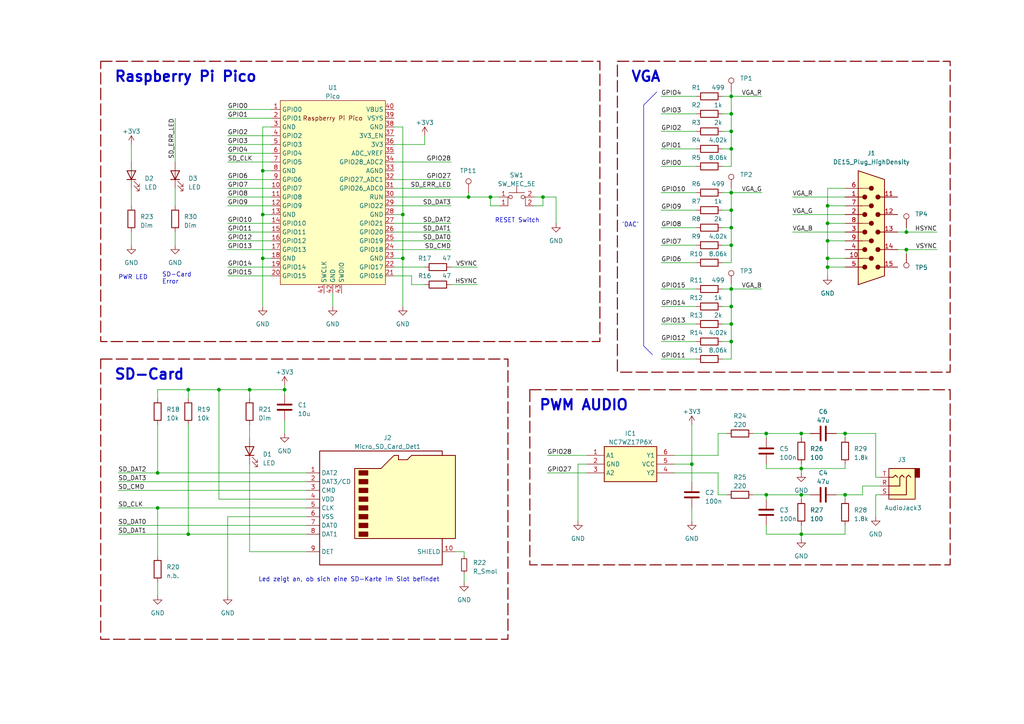
<source format=kicad_sch>
(kicad_sch (version 20230121) (generator eeschema)

  (uuid 3ff61bf8-b74f-4e5e-8960-de32e51f4d8f)

  (paper "A4")

  (title_block
    (title "Pico VGA Board")
    (date "2023-08-04")
    (rev "1")
  )

  (lib_symbols
    (symbol "Connector:DE15_Plug_HighDensity" (pin_names (offset 1.016) hide) (in_bom yes) (on_board yes)
      (property "Reference" "J" (at 0 21.59 0)
        (effects (font (size 1.27 1.27)))
      )
      (property "Value" "DE15_Plug_HighDensity" (at 0 19.05 0)
        (effects (font (size 1.27 1.27)))
      )
      (property "Footprint" "" (at -24.13 10.16 0)
        (effects (font (size 1.27 1.27)) hide)
      )
      (property "Datasheet" " ~" (at -24.13 10.16 0)
        (effects (font (size 1.27 1.27)) hide)
      )
      (property "ki_keywords" "connector plug male VGA D-SUB" (at 0 0 0)
        (effects (font (size 1.27 1.27)) hide)
      )
      (property "ki_description" "15-pin male plug socket D-SUB connector, High density (3 columns), Triple Row, Generic, VGA-connector" (at 0 0 0)
        (effects (font (size 1.27 1.27)) hide)
      )
      (property "ki_fp_filters" "DSUB*Male*" (at 0 0 0)
        (effects (font (size 1.27 1.27)) hide)
      )
      (symbol "DE15_Plug_HighDensity_0_1"
        (circle (center -1.905 -7.62) (radius 0.635)
          (stroke (width 0) (type default))
          (fill (type outline))
        )
        (circle (center -1.905 -2.54) (radius 0.635)
          (stroke (width 0) (type default))
          (fill (type outline))
        )
        (circle (center -1.905 2.54) (radius 0.635)
          (stroke (width 0) (type default))
          (fill (type outline))
        )
        (circle (center -1.905 7.62) (radius 0.635)
          (stroke (width 0) (type default))
          (fill (type outline))
        )
        (circle (center -1.905 12.7) (radius 0.635)
          (stroke (width 0) (type default))
          (fill (type outline))
        )
        (circle (center 0 -10.16) (radius 0.635)
          (stroke (width 0) (type default))
          (fill (type outline))
        )
        (circle (center 0 -5.08) (radius 0.635)
          (stroke (width 0) (type default))
          (fill (type outline))
        )
        (polyline
          (pts
            (xy -3.175 -5.08)
            (xy -0.635 -5.08)
          )
          (stroke (width 0) (type default))
          (fill (type none))
        )
        (polyline
          (pts
            (xy -0.635 -10.16)
            (xy -3.175 -10.16)
          )
          (stroke (width 0) (type default))
          (fill (type none))
        )
        (polyline
          (pts
            (xy -0.635 0)
            (xy -3.175 0)
          )
          (stroke (width 0) (type default))
          (fill (type none))
        )
        (polyline
          (pts
            (xy -0.635 5.08)
            (xy -3.175 5.08)
          )
          (stroke (width 0) (type default))
          (fill (type none))
        )
        (polyline
          (pts
            (xy -0.635 10.16)
            (xy -3.175 10.16)
          )
          (stroke (width 0) (type default))
          (fill (type none))
        )
        (polyline
          (pts
            (xy -3.81 17.78)
            (xy -3.81 -15.24)
            (xy 3.81 -12.7)
            (xy 3.81 15.24)
            (xy -3.81 17.78)
          )
          (stroke (width 0.254) (type default))
          (fill (type background))
        )
        (circle (center 0 0) (radius 0.635)
          (stroke (width 0) (type default))
          (fill (type outline))
        )
        (circle (center 0 5.08) (radius 0.635)
          (stroke (width 0) (type default))
          (fill (type outline))
        )
        (circle (center 0 10.16) (radius 0.635)
          (stroke (width 0) (type default))
          (fill (type outline))
        )
        (circle (center 1.905 -7.62) (radius 0.635)
          (stroke (width 0) (type default))
          (fill (type outline))
        )
        (circle (center 1.905 -2.54) (radius 0.635)
          (stroke (width 0) (type default))
          (fill (type outline))
        )
        (circle (center 1.905 2.54) (radius 0.635)
          (stroke (width 0) (type default))
          (fill (type outline))
        )
        (circle (center 1.905 7.62) (radius 0.635)
          (stroke (width 0) (type default))
          (fill (type outline))
        )
        (circle (center 1.905 12.7) (radius 0.635)
          (stroke (width 0) (type default))
          (fill (type outline))
        )
      )
      (symbol "DE15_Plug_HighDensity_1_1"
        (pin passive line (at -7.62 -7.62 0) (length 5.08)
          (name "~" (effects (font (size 1.27 1.27))))
          (number "1" (effects (font (size 1.27 1.27))))
        )
        (pin passive line (at -7.62 10.16 0) (length 5.08)
          (name "~" (effects (font (size 1.27 1.27))))
          (number "10" (effects (font (size 1.27 1.27))))
        )
        (pin passive line (at 7.62 -7.62 180) (length 5.08)
          (name "~" (effects (font (size 1.27 1.27))))
          (number "11" (effects (font (size 1.27 1.27))))
        )
        (pin passive line (at 7.62 -2.54 180) (length 5.08)
          (name "~" (effects (font (size 1.27 1.27))))
          (number "12" (effects (font (size 1.27 1.27))))
        )
        (pin passive line (at 7.62 2.54 180) (length 5.08)
          (name "~" (effects (font (size 1.27 1.27))))
          (number "13" (effects (font (size 1.27 1.27))))
        )
        (pin passive line (at 7.62 7.62 180) (length 5.08)
          (name "~" (effects (font (size 1.27 1.27))))
          (number "14" (effects (font (size 1.27 1.27))))
        )
        (pin passive line (at 7.62 12.7 180) (length 5.08)
          (name "~" (effects (font (size 1.27 1.27))))
          (number "15" (effects (font (size 1.27 1.27))))
        )
        (pin passive line (at -7.62 -2.54 0) (length 5.08)
          (name "~" (effects (font (size 1.27 1.27))))
          (number "2" (effects (font (size 1.27 1.27))))
        )
        (pin passive line (at -7.62 2.54 0) (length 5.08)
          (name "~" (effects (font (size 1.27 1.27))))
          (number "3" (effects (font (size 1.27 1.27))))
        )
        (pin passive line (at -7.62 7.62 0) (length 5.08)
          (name "~" (effects (font (size 1.27 1.27))))
          (number "4" (effects (font (size 1.27 1.27))))
        )
        (pin passive line (at -7.62 12.7 0) (length 5.08)
          (name "~" (effects (font (size 1.27 1.27))))
          (number "5" (effects (font (size 1.27 1.27))))
        )
        (pin passive line (at -7.62 -10.16 0) (length 5.08)
          (name "~" (effects (font (size 1.27 1.27))))
          (number "6" (effects (font (size 1.27 1.27))))
        )
        (pin passive line (at -7.62 -5.08 0) (length 5.08)
          (name "~" (effects (font (size 1.27 1.27))))
          (number "7" (effects (font (size 1.27 1.27))))
        )
        (pin passive line (at -7.62 0 0) (length 5.08)
          (name "~" (effects (font (size 1.27 1.27))))
          (number "8" (effects (font (size 1.27 1.27))))
        )
        (pin passive line (at -7.62 5.08 0) (length 5.08)
          (name "~" (effects (font (size 1.27 1.27))))
          (number "9" (effects (font (size 1.27 1.27))))
        )
      )
    )
    (symbol "Connector:Micro_SD_Card_Det1" (in_bom yes) (on_board yes)
      (property "Reference" "J" (at -16.51 17.78 0)
        (effects (font (size 1.27 1.27)))
      )
      (property "Value" "Micro_SD_Card_Det1" (at 16.51 17.78 0)
        (effects (font (size 1.27 1.27)) (justify right))
      )
      (property "Footprint" "" (at 52.07 17.78 0)
        (effects (font (size 1.27 1.27)) hide)
      )
      (property "Datasheet" "https://datasheet.lcsc.com/lcsc/2110151630_XKB-Connectivity-XKTF-015-N_C381082.pdf" (at 0 2.54 0)
        (effects (font (size 1.27 1.27)) hide)
      )
      (property "ki_keywords" "connector SD microsd" (at 0 0 0)
        (effects (font (size 1.27 1.27)) hide)
      )
      (property "ki_description" "Micro SD Card Socket with one card detection pin" (at 0 0 0)
        (effects (font (size 1.27 1.27)) hide)
      )
      (property "ki_fp_filters" "microSD*" (at 0 0 0)
        (effects (font (size 1.27 1.27)) hide)
      )
      (symbol "Micro_SD_Card_Det1_0_1"
        (rectangle (start -7.62 -6.985) (end -5.08 -8.255)
          (stroke (width 0.254) (type default))
          (fill (type outline))
        )
        (rectangle (start -7.62 -4.445) (end -5.08 -5.715)
          (stroke (width 0.254) (type default))
          (fill (type outline))
        )
        (rectangle (start -7.62 -1.905) (end -5.08 -3.175)
          (stroke (width 0.254) (type default))
          (fill (type outline))
        )
        (rectangle (start -7.62 0.635) (end -5.08 -0.635)
          (stroke (width 0.254) (type default))
          (fill (type outline))
        )
        (rectangle (start -7.62 3.175) (end -5.08 1.905)
          (stroke (width 0.254) (type default))
          (fill (type outline))
        )
        (rectangle (start -7.62 5.715) (end -5.08 4.445)
          (stroke (width 0.254) (type default))
          (fill (type outline))
        )
        (rectangle (start -7.62 8.255) (end -5.08 6.985)
          (stroke (width 0.254) (type default))
          (fill (type outline))
        )
        (rectangle (start -7.62 10.795) (end -5.08 9.525)
          (stroke (width 0.254) (type default))
          (fill (type outline))
        )
        (polyline
          (pts
            (xy 16.51 15.24)
            (xy 16.51 16.51)
            (xy -19.05 16.51)
            (xy -19.05 -16.51)
            (xy 16.51 -16.51)
            (xy 16.51 -8.89)
          )
          (stroke (width 0.254) (type default))
          (fill (type none))
        )
        (polyline
          (pts
            (xy -8.89 -8.89)
            (xy -8.89 11.43)
            (xy -1.27 11.43)
            (xy 2.54 15.24)
            (xy 3.81 15.24)
            (xy 3.81 13.97)
            (xy 6.35 13.97)
            (xy 7.62 15.24)
            (xy 20.32 15.24)
            (xy 20.32 -8.89)
            (xy -8.89 -8.89)
          )
          (stroke (width 0.254) (type default))
          (fill (type background))
        )
      )
      (symbol "Micro_SD_Card_Det1_1_1"
        (pin bidirectional line (at -22.86 10.16 0) (length 3.81)
          (name "DAT2" (effects (font (size 1.27 1.27))))
          (number "1" (effects (font (size 1.27 1.27))))
        )
        (pin passive line (at 20.32 -12.7 180) (length 3.81)
          (name "SHIELD" (effects (font (size 1.27 1.27))))
          (number "10" (effects (font (size 1.27 1.27))))
        )
        (pin bidirectional line (at -22.86 7.62 0) (length 3.81)
          (name "DAT3/CD" (effects (font (size 1.27 1.27))))
          (number "2" (effects (font (size 1.27 1.27))))
        )
        (pin input line (at -22.86 5.08 0) (length 3.81)
          (name "CMD" (effects (font (size 1.27 1.27))))
          (number "3" (effects (font (size 1.27 1.27))))
        )
        (pin power_in line (at -22.86 2.54 0) (length 3.81)
          (name "VDD" (effects (font (size 1.27 1.27))))
          (number "4" (effects (font (size 1.27 1.27))))
        )
        (pin input line (at -22.86 0 0) (length 3.81)
          (name "CLK" (effects (font (size 1.27 1.27))))
          (number "5" (effects (font (size 1.27 1.27))))
        )
        (pin power_in line (at -22.86 -2.54 0) (length 3.81)
          (name "VSS" (effects (font (size 1.27 1.27))))
          (number "6" (effects (font (size 1.27 1.27))))
        )
        (pin bidirectional line (at -22.86 -5.08 0) (length 3.81)
          (name "DAT0" (effects (font (size 1.27 1.27))))
          (number "7" (effects (font (size 1.27 1.27))))
        )
        (pin bidirectional line (at -22.86 -7.62 0) (length 3.81)
          (name "DAT1" (effects (font (size 1.27 1.27))))
          (number "8" (effects (font (size 1.27 1.27))))
        )
        (pin passive line (at -22.86 -12.7 0) (length 3.81)
          (name "DET" (effects (font (size 1.27 1.27))))
          (number "9" (effects (font (size 1.27 1.27))))
        )
      )
    )
    (symbol "Connector:TestPoint" (pin_numbers hide) (pin_names (offset 0.762) hide) (in_bom yes) (on_board yes)
      (property "Reference" "TP" (at 0 6.858 0)
        (effects (font (size 1.27 1.27)))
      )
      (property "Value" "TestPoint" (at 0 5.08 0)
        (effects (font (size 1.27 1.27)))
      )
      (property "Footprint" "" (at 5.08 0 0)
        (effects (font (size 1.27 1.27)) hide)
      )
      (property "Datasheet" "~" (at 5.08 0 0)
        (effects (font (size 1.27 1.27)) hide)
      )
      (property "ki_keywords" "test point tp" (at 0 0 0)
        (effects (font (size 1.27 1.27)) hide)
      )
      (property "ki_description" "test point" (at 0 0 0)
        (effects (font (size 1.27 1.27)) hide)
      )
      (property "ki_fp_filters" "Pin* Test*" (at 0 0 0)
        (effects (font (size 1.27 1.27)) hide)
      )
      (symbol "TestPoint_0_1"
        (circle (center 0 3.302) (radius 0.762)
          (stroke (width 0) (type default))
          (fill (type none))
        )
      )
      (symbol "TestPoint_1_1"
        (pin passive line (at 0 0 90) (length 2.54)
          (name "1" (effects (font (size 1.27 1.27))))
          (number "1" (effects (font (size 1.27 1.27))))
        )
      )
    )
    (symbol "Connector_Audio:AudioJack3" (in_bom yes) (on_board yes)
      (property "Reference" "J" (at 0 8.89 0)
        (effects (font (size 1.27 1.27)))
      )
      (property "Value" "AudioJack3" (at 0 6.35 0)
        (effects (font (size 1.27 1.27)))
      )
      (property "Footprint" "" (at 0 0 0)
        (effects (font (size 1.27 1.27)) hide)
      )
      (property "Datasheet" "~" (at 0 0 0)
        (effects (font (size 1.27 1.27)) hide)
      )
      (property "ki_keywords" "audio jack receptacle stereo headphones phones TRS connector" (at 0 0 0)
        (effects (font (size 1.27 1.27)) hide)
      )
      (property "ki_description" "Audio Jack, 3 Poles (Stereo / TRS)" (at 0 0 0)
        (effects (font (size 1.27 1.27)) hide)
      )
      (property "ki_fp_filters" "Jack*" (at 0 0 0)
        (effects (font (size 1.27 1.27)) hide)
      )
      (symbol "AudioJack3_0_1"
        (rectangle (start -5.08 -5.08) (end -6.35 -2.54)
          (stroke (width 0.254) (type default))
          (fill (type outline))
        )
        (polyline
          (pts
            (xy 0 -2.54)
            (xy 0.635 -3.175)
            (xy 1.27 -2.54)
            (xy 2.54 -2.54)
          )
          (stroke (width 0.254) (type default))
          (fill (type none))
        )
        (polyline
          (pts
            (xy -1.905 -2.54)
            (xy -1.27 -3.175)
            (xy -0.635 -2.54)
            (xy -0.635 0)
            (xy 2.54 0)
          )
          (stroke (width 0.254) (type default))
          (fill (type none))
        )
        (polyline
          (pts
            (xy 2.54 2.54)
            (xy -2.54 2.54)
            (xy -2.54 -2.54)
            (xy -3.175 -3.175)
            (xy -3.81 -2.54)
          )
          (stroke (width 0.254) (type default))
          (fill (type none))
        )
        (rectangle (start 2.54 3.81) (end -5.08 -5.08)
          (stroke (width 0.254) (type default))
          (fill (type background))
        )
      )
      (symbol "AudioJack3_1_1"
        (pin passive line (at 5.08 0 180) (length 2.54)
          (name "~" (effects (font (size 1.27 1.27))))
          (number "R" (effects (font (size 1.27 1.27))))
        )
        (pin passive line (at 5.08 2.54 180) (length 2.54)
          (name "~" (effects (font (size 1.27 1.27))))
          (number "S" (effects (font (size 1.27 1.27))))
        )
        (pin passive line (at 5.08 -2.54 180) (length 2.54)
          (name "~" (effects (font (size 1.27 1.27))))
          (number "T" (effects (font (size 1.27 1.27))))
        )
      )
    )
    (symbol "Device:C" (pin_numbers hide) (pin_names (offset 0.254)) (in_bom yes) (on_board yes)
      (property "Reference" "C" (at 0.635 2.54 0)
        (effects (font (size 1.27 1.27)) (justify left))
      )
      (property "Value" "C" (at 0.635 -2.54 0)
        (effects (font (size 1.27 1.27)) (justify left))
      )
      (property "Footprint" "" (at 0.9652 -3.81 0)
        (effects (font (size 1.27 1.27)) hide)
      )
      (property "Datasheet" "~" (at 0 0 0)
        (effects (font (size 1.27 1.27)) hide)
      )
      (property "ki_keywords" "cap capacitor" (at 0 0 0)
        (effects (font (size 1.27 1.27)) hide)
      )
      (property "ki_description" "Unpolarized capacitor" (at 0 0 0)
        (effects (font (size 1.27 1.27)) hide)
      )
      (property "ki_fp_filters" "C_*" (at 0 0 0)
        (effects (font (size 1.27 1.27)) hide)
      )
      (symbol "C_0_1"
        (polyline
          (pts
            (xy -2.032 -0.762)
            (xy 2.032 -0.762)
          )
          (stroke (width 0.508) (type default))
          (fill (type none))
        )
        (polyline
          (pts
            (xy -2.032 0.762)
            (xy 2.032 0.762)
          )
          (stroke (width 0.508) (type default))
          (fill (type none))
        )
      )
      (symbol "C_1_1"
        (pin passive line (at 0 3.81 270) (length 2.794)
          (name "~" (effects (font (size 1.27 1.27))))
          (number "1" (effects (font (size 1.27 1.27))))
        )
        (pin passive line (at 0 -3.81 90) (length 2.794)
          (name "~" (effects (font (size 1.27 1.27))))
          (number "2" (effects (font (size 1.27 1.27))))
        )
      )
    )
    (symbol "Device:LED" (pin_numbers hide) (pin_names (offset 1.016) hide) (in_bom yes) (on_board yes)
      (property "Reference" "D" (at 0 2.54 0)
        (effects (font (size 1.27 1.27)))
      )
      (property "Value" "LED" (at 0 -2.54 0)
        (effects (font (size 1.27 1.27)))
      )
      (property "Footprint" "" (at 0 0 0)
        (effects (font (size 1.27 1.27)) hide)
      )
      (property "Datasheet" "~" (at 0 0 0)
        (effects (font (size 1.27 1.27)) hide)
      )
      (property "ki_keywords" "LED diode" (at 0 0 0)
        (effects (font (size 1.27 1.27)) hide)
      )
      (property "ki_description" "Light emitting diode" (at 0 0 0)
        (effects (font (size 1.27 1.27)) hide)
      )
      (property "ki_fp_filters" "LED* LED_SMD:* LED_THT:*" (at 0 0 0)
        (effects (font (size 1.27 1.27)) hide)
      )
      (symbol "LED_0_1"
        (polyline
          (pts
            (xy -1.27 -1.27)
            (xy -1.27 1.27)
          )
          (stroke (width 0.254) (type default))
          (fill (type none))
        )
        (polyline
          (pts
            (xy -1.27 0)
            (xy 1.27 0)
          )
          (stroke (width 0) (type default))
          (fill (type none))
        )
        (polyline
          (pts
            (xy 1.27 -1.27)
            (xy 1.27 1.27)
            (xy -1.27 0)
            (xy 1.27 -1.27)
          )
          (stroke (width 0.254) (type default))
          (fill (type none))
        )
        (polyline
          (pts
            (xy -3.048 -0.762)
            (xy -4.572 -2.286)
            (xy -3.81 -2.286)
            (xy -4.572 -2.286)
            (xy -4.572 -1.524)
          )
          (stroke (width 0) (type default))
          (fill (type none))
        )
        (polyline
          (pts
            (xy -1.778 -0.762)
            (xy -3.302 -2.286)
            (xy -2.54 -2.286)
            (xy -3.302 -2.286)
            (xy -3.302 -1.524)
          )
          (stroke (width 0) (type default))
          (fill (type none))
        )
      )
      (symbol "LED_1_1"
        (pin passive line (at -3.81 0 0) (length 2.54)
          (name "K" (effects (font (size 1.27 1.27))))
          (number "1" (effects (font (size 1.27 1.27))))
        )
        (pin passive line (at 3.81 0 180) (length 2.54)
          (name "A" (effects (font (size 1.27 1.27))))
          (number "2" (effects (font (size 1.27 1.27))))
        )
      )
    )
    (symbol "Device:R" (pin_numbers hide) (pin_names (offset 0)) (in_bom yes) (on_board yes)
      (property "Reference" "R" (at 2.032 0 90)
        (effects (font (size 1.27 1.27)))
      )
      (property "Value" "R" (at 0 0 90)
        (effects (font (size 1.27 1.27)))
      )
      (property "Footprint" "" (at -1.778 0 90)
        (effects (font (size 1.27 1.27)) hide)
      )
      (property "Datasheet" "~" (at 0 0 0)
        (effects (font (size 1.27 1.27)) hide)
      )
      (property "ki_keywords" "R res resistor" (at 0 0 0)
        (effects (font (size 1.27 1.27)) hide)
      )
      (property "ki_description" "Resistor" (at 0 0 0)
        (effects (font (size 1.27 1.27)) hide)
      )
      (property "ki_fp_filters" "R_*" (at 0 0 0)
        (effects (font (size 1.27 1.27)) hide)
      )
      (symbol "R_0_1"
        (rectangle (start -1.016 -2.54) (end 1.016 2.54)
          (stroke (width 0.254) (type default))
          (fill (type none))
        )
      )
      (symbol "R_1_1"
        (pin passive line (at 0 3.81 270) (length 1.27)
          (name "~" (effects (font (size 1.27 1.27))))
          (number "1" (effects (font (size 1.27 1.27))))
        )
        (pin passive line (at 0 -3.81 90) (length 1.27)
          (name "~" (effects (font (size 1.27 1.27))))
          (number "2" (effects (font (size 1.27 1.27))))
        )
      )
    )
    (symbol "Device:R_Small" (pin_numbers hide) (pin_names (offset 0.254) hide) (in_bom yes) (on_board yes)
      (property "Reference" "R" (at 0.762 0.508 0)
        (effects (font (size 1.27 1.27)) (justify left))
      )
      (property "Value" "R_Small" (at 0.762 -1.016 0)
        (effects (font (size 1.27 1.27)) (justify left))
      )
      (property "Footprint" "" (at 0 0 0)
        (effects (font (size 1.27 1.27)) hide)
      )
      (property "Datasheet" "~" (at 0 0 0)
        (effects (font (size 1.27 1.27)) hide)
      )
      (property "ki_keywords" "R resistor" (at 0 0 0)
        (effects (font (size 1.27 1.27)) hide)
      )
      (property "ki_description" "Resistor, small symbol" (at 0 0 0)
        (effects (font (size 1.27 1.27)) hide)
      )
      (property "ki_fp_filters" "R_*" (at 0 0 0)
        (effects (font (size 1.27 1.27)) hide)
      )
      (symbol "R_Small_0_1"
        (rectangle (start -0.762 1.778) (end 0.762 -1.778)
          (stroke (width 0.2032) (type default))
          (fill (type none))
        )
      )
      (symbol "R_Small_1_1"
        (pin passive line (at 0 2.54 270) (length 0.762)
          (name "~" (effects (font (size 1.27 1.27))))
          (number "1" (effects (font (size 1.27 1.27))))
        )
        (pin passive line (at 0 -2.54 90) (length 0.762)
          (name "~" (effects (font (size 1.27 1.27))))
          (number "2" (effects (font (size 1.27 1.27))))
        )
      )
    )
    (symbol "Pico_W:Pico" (in_bom yes) (on_board yes)
      (property "Reference" "U" (at -13.97 27.94 0)
        (effects (font (size 1.27 1.27)))
      )
      (property "Value" "Pico" (at 0 19.05 0)
        (effects (font (size 1.27 1.27)))
      )
      (property "Footprint" "Pico_W:RPi_Pico_SMD_TH" (at 0 0 90)
        (effects (font (size 1.27 1.27)) hide)
      )
      (property "Datasheet" "" (at 0 0 0)
        (effects (font (size 1.27 1.27)) hide)
      )
      (symbol "Pico_0_0"
        (text "Raspberry Pi Pico" (at 0 21.59 0)
          (effects (font (size 1.27 1.27)))
        )
      )
      (symbol "Pico_0_1"
        (rectangle (start -15.24 26.67) (end 15.24 -26.67)
          (stroke (width 0) (type default))
          (fill (type background))
        )
      )
      (symbol "Pico_1_1"
        (pin bidirectional line (at -17.78 24.13 0) (length 2.54)
          (name "GPIO0" (effects (font (size 1.27 1.27))))
          (number "1" (effects (font (size 1.27 1.27))))
        )
        (pin bidirectional line (at -17.78 1.27 0) (length 2.54)
          (name "GPIO7" (effects (font (size 1.27 1.27))))
          (number "10" (effects (font (size 1.27 1.27))))
        )
        (pin bidirectional line (at -17.78 -1.27 0) (length 2.54)
          (name "GPIO8" (effects (font (size 1.27 1.27))))
          (number "11" (effects (font (size 1.27 1.27))))
        )
        (pin bidirectional line (at -17.78 -3.81 0) (length 2.54)
          (name "GPIO9" (effects (font (size 1.27 1.27))))
          (number "12" (effects (font (size 1.27 1.27))))
        )
        (pin power_in line (at -17.78 -6.35 0) (length 2.54)
          (name "GND" (effects (font (size 1.27 1.27))))
          (number "13" (effects (font (size 1.27 1.27))))
        )
        (pin bidirectional line (at -17.78 -8.89 0) (length 2.54)
          (name "GPIO10" (effects (font (size 1.27 1.27))))
          (number "14" (effects (font (size 1.27 1.27))))
        )
        (pin bidirectional line (at -17.78 -11.43 0) (length 2.54)
          (name "GPIO11" (effects (font (size 1.27 1.27))))
          (number "15" (effects (font (size 1.27 1.27))))
        )
        (pin bidirectional line (at -17.78 -13.97 0) (length 2.54)
          (name "GPIO12" (effects (font (size 1.27 1.27))))
          (number "16" (effects (font (size 1.27 1.27))))
        )
        (pin bidirectional line (at -17.78 -16.51 0) (length 2.54)
          (name "GPIO13" (effects (font (size 1.27 1.27))))
          (number "17" (effects (font (size 1.27 1.27))))
        )
        (pin power_in line (at -17.78 -19.05 0) (length 2.54)
          (name "GND" (effects (font (size 1.27 1.27))))
          (number "18" (effects (font (size 1.27 1.27))))
        )
        (pin bidirectional line (at -17.78 -21.59 0) (length 2.54)
          (name "GPIO14" (effects (font (size 1.27 1.27))))
          (number "19" (effects (font (size 1.27 1.27))))
        )
        (pin bidirectional line (at -17.78 21.59 0) (length 2.54)
          (name "GPIO1" (effects (font (size 1.27 1.27))))
          (number "2" (effects (font (size 1.27 1.27))))
        )
        (pin bidirectional line (at -17.78 -24.13 0) (length 2.54)
          (name "GPIO15" (effects (font (size 1.27 1.27))))
          (number "20" (effects (font (size 1.27 1.27))))
        )
        (pin bidirectional line (at 17.78 -24.13 180) (length 2.54)
          (name "GPIO16" (effects (font (size 1.27 1.27))))
          (number "21" (effects (font (size 1.27 1.27))))
        )
        (pin bidirectional line (at 17.78 -21.59 180) (length 2.54)
          (name "GPIO17" (effects (font (size 1.27 1.27))))
          (number "22" (effects (font (size 1.27 1.27))))
        )
        (pin power_in line (at 17.78 -19.05 180) (length 2.54)
          (name "GND" (effects (font (size 1.27 1.27))))
          (number "23" (effects (font (size 1.27 1.27))))
        )
        (pin bidirectional line (at 17.78 -16.51 180) (length 2.54)
          (name "GPIO18" (effects (font (size 1.27 1.27))))
          (number "24" (effects (font (size 1.27 1.27))))
        )
        (pin bidirectional line (at 17.78 -13.97 180) (length 2.54)
          (name "GPIO19" (effects (font (size 1.27 1.27))))
          (number "25" (effects (font (size 1.27 1.27))))
        )
        (pin bidirectional line (at 17.78 -11.43 180) (length 2.54)
          (name "GPIO20" (effects (font (size 1.27 1.27))))
          (number "26" (effects (font (size 1.27 1.27))))
        )
        (pin bidirectional line (at 17.78 -8.89 180) (length 2.54)
          (name "GPIO21" (effects (font (size 1.27 1.27))))
          (number "27" (effects (font (size 1.27 1.27))))
        )
        (pin power_in line (at 17.78 -6.35 180) (length 2.54)
          (name "GND" (effects (font (size 1.27 1.27))))
          (number "28" (effects (font (size 1.27 1.27))))
        )
        (pin bidirectional line (at 17.78 -3.81 180) (length 2.54)
          (name "GPIO22" (effects (font (size 1.27 1.27))))
          (number "29" (effects (font (size 1.27 1.27))))
        )
        (pin power_in line (at -17.78 19.05 0) (length 2.54)
          (name "GND" (effects (font (size 1.27 1.27))))
          (number "3" (effects (font (size 1.27 1.27))))
        )
        (pin input line (at 17.78 -1.27 180) (length 2.54)
          (name "RUN" (effects (font (size 1.27 1.27))))
          (number "30" (effects (font (size 1.27 1.27))))
        )
        (pin bidirectional line (at 17.78 1.27 180) (length 2.54)
          (name "GPIO26_ADC0" (effects (font (size 1.27 1.27))))
          (number "31" (effects (font (size 1.27 1.27))))
        )
        (pin bidirectional line (at 17.78 3.81 180) (length 2.54)
          (name "GPIO27_ADC1" (effects (font (size 1.27 1.27))))
          (number "32" (effects (font (size 1.27 1.27))))
        )
        (pin power_in line (at 17.78 6.35 180) (length 2.54)
          (name "AGND" (effects (font (size 1.27 1.27))))
          (number "33" (effects (font (size 1.27 1.27))))
        )
        (pin bidirectional line (at 17.78 8.89 180) (length 2.54)
          (name "GPIO28_ADC2" (effects (font (size 1.27 1.27))))
          (number "34" (effects (font (size 1.27 1.27))))
        )
        (pin power_in line (at 17.78 11.43 180) (length 2.54)
          (name "ADC_VREF" (effects (font (size 1.27 1.27))))
          (number "35" (effects (font (size 1.27 1.27))))
        )
        (pin power_in line (at 17.78 13.97 180) (length 2.54)
          (name "3V3" (effects (font (size 1.27 1.27))))
          (number "36" (effects (font (size 1.27 1.27))))
        )
        (pin input line (at 17.78 16.51 180) (length 2.54)
          (name "3V3_EN" (effects (font (size 1.27 1.27))))
          (number "37" (effects (font (size 1.27 1.27))))
        )
        (pin bidirectional line (at 17.78 19.05 180) (length 2.54)
          (name "GND" (effects (font (size 1.27 1.27))))
          (number "38" (effects (font (size 1.27 1.27))))
        )
        (pin power_in line (at 17.78 21.59 180) (length 2.54)
          (name "VSYS" (effects (font (size 1.27 1.27))))
          (number "39" (effects (font (size 1.27 1.27))))
        )
        (pin bidirectional line (at -17.78 16.51 0) (length 2.54)
          (name "GPIO2" (effects (font (size 1.27 1.27))))
          (number "4" (effects (font (size 1.27 1.27))))
        )
        (pin power_in line (at 17.78 24.13 180) (length 2.54)
          (name "VBUS" (effects (font (size 1.27 1.27))))
          (number "40" (effects (font (size 1.27 1.27))))
        )
        (pin input line (at -2.54 -29.21 90) (length 2.54)
          (name "SWCLK" (effects (font (size 1.27 1.27))))
          (number "41" (effects (font (size 1.27 1.27))))
        )
        (pin power_in line (at 0 -29.21 90) (length 2.54)
          (name "GND" (effects (font (size 1.27 1.27))))
          (number "42" (effects (font (size 1.27 1.27))))
        )
        (pin bidirectional line (at 2.54 -29.21 90) (length 2.54)
          (name "SWDIO" (effects (font (size 1.27 1.27))))
          (number "43" (effects (font (size 1.27 1.27))))
        )
        (pin bidirectional line (at -17.78 13.97 0) (length 2.54)
          (name "GPIO3" (effects (font (size 1.27 1.27))))
          (number "5" (effects (font (size 1.27 1.27))))
        )
        (pin bidirectional line (at -17.78 11.43 0) (length 2.54)
          (name "GPIO4" (effects (font (size 1.27 1.27))))
          (number "6" (effects (font (size 1.27 1.27))))
        )
        (pin bidirectional line (at -17.78 8.89 0) (length 2.54)
          (name "GPIO5" (effects (font (size 1.27 1.27))))
          (number "7" (effects (font (size 1.27 1.27))))
        )
        (pin power_in line (at -17.78 6.35 0) (length 2.54)
          (name "GND" (effects (font (size 1.27 1.27))))
          (number "8" (effects (font (size 1.27 1.27))))
        )
        (pin bidirectional line (at -17.78 3.81 0) (length 2.54)
          (name "GPIO6" (effects (font (size 1.27 1.27))))
          (number "9" (effects (font (size 1.27 1.27))))
        )
      )
    )
    (symbol "Samacsys:NC7WZ17P6X" (in_bom yes) (on_board yes)
      (property "Reference" "IC" (at 21.59 7.62 0)
        (effects (font (size 1.27 1.27)) (justify left top))
      )
      (property "Value" "NC7WZ17P6X" (at 21.59 5.08 0)
        (effects (font (size 1.27 1.27)) (justify left top))
      )
      (property "Footprint" "SOP65P210X110-6N" (at 21.59 -94.92 0)
        (effects (font (size 1.27 1.27)) (justify left top) hide)
      )
      (property "Datasheet" "http://uk.rs-online.com/web/p/products/7390111P" (at 21.59 -194.92 0)
        (effects (font (size 1.27 1.27)) (justify left top) hide)
      )
      (property "Height" "1.1" (at 21.59 -394.92 0)
        (effects (font (size 1.27 1.27)) (justify left top) hide)
      )
      (property "RS Part Number" "7390111P" (at 21.59 -494.92 0)
        (effects (font (size 1.27 1.27)) (justify left top) hide)
      )
      (property "RS Price/Stock" "http://uk.rs-online.com/web/p/products/7390111P" (at 21.59 -594.92 0)
        (effects (font (size 1.27 1.27)) (justify left top) hide)
      )
      (property "Manufacturer_Name" "onsemi" (at 21.59 -694.92 0)
        (effects (font (size 1.27 1.27)) (justify left top) hide)
      )
      (property "Manufacturer_Part_Number" "NC7WZ17P6X" (at 21.59 -794.92 0)
        (effects (font (size 1.27 1.27)) (justify left top) hide)
      )
      (property "ki_description" "UHS Dual Buffer Schmitt Trigger CMOS" (at 0 0 0)
        (effects (font (size 1.27 1.27)) hide)
      )
      (symbol "NC7WZ17P6X_1_1"
        (rectangle (start 5.08 2.54) (end 20.32 -7.62)
          (stroke (width 0.254) (type default))
          (fill (type background))
        )
        (pin passive line (at 0 0 0) (length 5.08)
          (name "A1" (effects (font (size 1.27 1.27))))
          (number "1" (effects (font (size 1.27 1.27))))
        )
        (pin passive line (at 0 -2.54 0) (length 5.08)
          (name "GND" (effects (font (size 1.27 1.27))))
          (number "2" (effects (font (size 1.27 1.27))))
        )
        (pin passive line (at 0 -5.08 0) (length 5.08)
          (name "A2" (effects (font (size 1.27 1.27))))
          (number "3" (effects (font (size 1.27 1.27))))
        )
        (pin passive line (at 25.4 -5.08 180) (length 5.08)
          (name "Y2" (effects (font (size 1.27 1.27))))
          (number "4" (effects (font (size 1.27 1.27))))
        )
        (pin passive line (at 25.4 -2.54 180) (length 5.08)
          (name "VCC" (effects (font (size 1.27 1.27))))
          (number "5" (effects (font (size 1.27 1.27))))
        )
        (pin passive line (at 25.4 0 180) (length 5.08)
          (name "Y1" (effects (font (size 1.27 1.27))))
          (number "6" (effects (font (size 1.27 1.27))))
        )
      )
    )
    (symbol "Switch:SW_MEC_5E" (pin_names (offset 1.016) hide) (in_bom yes) (on_board yes)
      (property "Reference" "SW1" (at 0 8.89 0)
        (effects (font (size 1.27 1.27)))
      )
      (property "Value" "SW_MEC_5E" (at 0 6.35 0)
        (effects (font (size 1.27 1.27)))
      )
      (property "Footprint" "Button_Switch_THT:SW_TH_Tactile_Omron_B3F-10xx" (at 0 7.62 0)
        (effects (font (size 1.27 1.27)) hide)
      )
      (property "Datasheet" "http://www.apem.com/int/index.php?controller=attachment&id_attachment=1371" (at 0 7.62 0)
        (effects (font (size 1.27 1.27)) hide)
      )
      (property "ki_keywords" "switch normally-open pushbutton push-button" (at 0 0 0)
        (effects (font (size 1.27 1.27)) hide)
      )
      (property "ki_description" "MEC 5E single pole normally-open tactile switch" (at 0 0 0)
        (effects (font (size 1.27 1.27)) hide)
      )
      (property "ki_fp_filters" "SW*MEC*5G*" (at 0 0 0)
        (effects (font (size 1.27 1.27)) hide)
      )
      (symbol "SW_MEC_5E_0_1"
        (circle (center -1.778 2.54) (radius 0.508)
          (stroke (width 0) (type default))
          (fill (type none))
        )
        (polyline
          (pts
            (xy -2.286 3.81)
            (xy 2.286 3.81)
          )
          (stroke (width 0) (type default))
          (fill (type none))
        )
        (polyline
          (pts
            (xy 0 3.81)
            (xy 0 5.588)
          )
          (stroke (width 0) (type default))
          (fill (type none))
        )
        (polyline
          (pts
            (xy -2.54 0)
            (xy -2.54 2.54)
            (xy -2.286 2.54)
          )
          (stroke (width 0) (type default))
          (fill (type none))
        )
        (polyline
          (pts
            (xy 2.54 0)
            (xy 2.54 2.54)
            (xy 2.286 2.54)
          )
          (stroke (width 0) (type default))
          (fill (type none))
        )
        (circle (center 1.778 2.54) (radius 0.508)
          (stroke (width 0) (type default))
          (fill (type none))
        )
        (pin passive line (at -5.08 2.54 0) (length 2.54)
          (name "1" (effects (font (size 1.27 1.27))))
          (number "1" (effects (font (size 1.27 1.27))))
        )
      )
      (symbol "SW_MEC_5E_1_1"
        (pin passive line (at -5.08 0 0) (length 2.54)
          (name "1" (effects (font (size 1.27 1.27))))
          (number "1" (effects (font (size 1.27 1.27))))
        )
        (pin passive line (at 5.08 0 180) (length 2.54)
          (name "2" (effects (font (size 1.27 1.27))))
          (number "2" (effects (font (size 1.27 1.27))))
        )
        (pin passive line (at 5.08 2.54 180) (length 2.54)
          (name "2" (effects (font (size 1.27 1.27))))
          (number "2" (effects (font (size 1.27 1.27))))
        )
      )
    )
    (symbol "power:+3V3" (power) (pin_names (offset 0)) (in_bom yes) (on_board yes)
      (property "Reference" "#PWR" (at 0 -3.81 0)
        (effects (font (size 1.27 1.27)) hide)
      )
      (property "Value" "+3V3" (at 0 3.556 0)
        (effects (font (size 1.27 1.27)))
      )
      (property "Footprint" "" (at 0 0 0)
        (effects (font (size 1.27 1.27)) hide)
      )
      (property "Datasheet" "" (at 0 0 0)
        (effects (font (size 1.27 1.27)) hide)
      )
      (property "ki_keywords" "global power" (at 0 0 0)
        (effects (font (size 1.27 1.27)) hide)
      )
      (property "ki_description" "Power symbol creates a global label with name \"+3V3\"" (at 0 0 0)
        (effects (font (size 1.27 1.27)) hide)
      )
      (symbol "+3V3_0_1"
        (polyline
          (pts
            (xy -0.762 1.27)
            (xy 0 2.54)
          )
          (stroke (width 0) (type default))
          (fill (type none))
        )
        (polyline
          (pts
            (xy 0 0)
            (xy 0 2.54)
          )
          (stroke (width 0) (type default))
          (fill (type none))
        )
        (polyline
          (pts
            (xy 0 2.54)
            (xy 0.762 1.27)
          )
          (stroke (width 0) (type default))
          (fill (type none))
        )
      )
      (symbol "+3V3_1_1"
        (pin power_in line (at 0 0 90) (length 0) hide
          (name "+3V3" (effects (font (size 1.27 1.27))))
          (number "1" (effects (font (size 1.27 1.27))))
        )
      )
    )
    (symbol "power:GND" (power) (pin_names (offset 0)) (in_bom yes) (on_board yes)
      (property "Reference" "#PWR" (at 0 -6.35 0)
        (effects (font (size 1.27 1.27)) hide)
      )
      (property "Value" "GND" (at 0 -3.81 0)
        (effects (font (size 1.27 1.27)))
      )
      (property "Footprint" "" (at 0 0 0)
        (effects (font (size 1.27 1.27)) hide)
      )
      (property "Datasheet" "" (at 0 0 0)
        (effects (font (size 1.27 1.27)) hide)
      )
      (property "ki_keywords" "global power" (at 0 0 0)
        (effects (font (size 1.27 1.27)) hide)
      )
      (property "ki_description" "Power symbol creates a global label with name \"GND\" , ground" (at 0 0 0)
        (effects (font (size 1.27 1.27)) hide)
      )
      (symbol "GND_0_1"
        (polyline
          (pts
            (xy 0 0)
            (xy 0 -1.27)
            (xy 1.27 -1.27)
            (xy 0 -2.54)
            (xy -1.27 -1.27)
            (xy 0 -1.27)
          )
          (stroke (width 0) (type default))
          (fill (type none))
        )
      )
      (symbol "GND_1_1"
        (pin power_in line (at 0 0 270) (length 0) hide
          (name "GND" (effects (font (size 1.27 1.27))))
          (number "1" (effects (font (size 1.27 1.27))))
        )
      )
    )
  )

  (junction (at 222.25 143.51) (diameter 0) (color 0 0 0 0)
    (uuid 06341ae2-8144-409c-bbd9-540530490582)
  )
  (junction (at 245.11 125.73) (diameter 0) (color 0 0 0 0)
    (uuid 0e090d1b-bdac-4e5c-8875-37ab5ff4655f)
  )
  (junction (at 212.09 33.02) (diameter 0) (color 0 0 0 0)
    (uuid 1eeeb51d-48df-4c0b-a8b7-a8080b03967b)
  )
  (junction (at 262.89 67.31) (diameter 0) (color 0 0 0 0)
    (uuid 1fb66941-157c-4586-aa1d-910c262dbc6b)
  )
  (junction (at 63.5 113.03) (diameter 0) (color 0 0 0 0)
    (uuid 221e650e-8d23-49b9-87c8-3e9e675b5669)
  )
  (junction (at 232.41 125.73) (diameter 0) (color 0 0 0 0)
    (uuid 23650fa8-ee8c-4cb5-aef9-a6fdff826a55)
  )
  (junction (at 212.09 71.12) (diameter 0) (color 0 0 0 0)
    (uuid 25def4c7-e229-4a6e-bb5b-3e352f890c08)
  )
  (junction (at 212.09 83.82) (diameter 0) (color 0 0 0 0)
    (uuid 2855b474-4cb3-4eb7-9bbb-e0e14dc8a015)
  )
  (junction (at 82.55 113.03) (diameter 0) (color 0 0 0 0)
    (uuid 2a89398b-ca3d-4941-bfb4-5a3bc833fd3d)
  )
  (junction (at 245.11 143.51) (diameter 0) (color 0 0 0 0)
    (uuid 3a0ea1bf-3143-483d-b518-af7b6f8e4a95)
  )
  (junction (at 240.03 64.77) (diameter 0) (color 0 0 0 0)
    (uuid 3b81d730-2a14-4954-83e4-8e8622cf3b52)
  )
  (junction (at 76.2 62.23) (diameter 0) (color 0 0 0 0)
    (uuid 3da87ee5-2837-4fba-87d6-63a2fbf967ab)
  )
  (junction (at 76.2 49.53) (diameter 0) (color 0 0 0 0)
    (uuid 4a9b4167-b198-4d91-90ae-bc715641e9b0)
  )
  (junction (at 76.2 74.93) (diameter 0) (color 0 0 0 0)
    (uuid 52322bc6-35de-49bd-8b1c-bf6baeaed5d9)
  )
  (junction (at 262.89 72.39) (diameter 0) (color 0 0 0 0)
    (uuid 694ea80d-0a0b-4796-80f5-e05d3f45c39a)
  )
  (junction (at 212.09 99.06) (diameter 0) (color 0 0 0 0)
    (uuid 6c6635ac-c7ed-41e7-b896-cced56fbd6fc)
  )
  (junction (at 142.24 57.15) (diameter 0) (color 0 0 0 0)
    (uuid 6c72af1c-4929-43c3-b8f1-311bd9ba424d)
  )
  (junction (at 240.03 59.69) (diameter 0) (color 0 0 0 0)
    (uuid 7057960a-63b0-4bdb-959c-2b49a7fda5dc)
  )
  (junction (at 232.41 154.94) (diameter 0) (color 0 0 0 0)
    (uuid 74020ea6-8448-461b-b069-990f09bb90cb)
  )
  (junction (at 222.25 125.73) (diameter 0) (color 0 0 0 0)
    (uuid 749340c1-c3a3-4987-bcab-a35e3d0d50d5)
  )
  (junction (at 240.03 77.47) (diameter 0) (color 0 0 0 0)
    (uuid 74da119d-e4d8-4038-8700-d78c2dd122f0)
  )
  (junction (at 212.09 43.18) (diameter 0) (color 0 0 0 0)
    (uuid 76e7d2dc-b056-44c9-9cfc-84642404ecb6)
  )
  (junction (at 116.84 74.93) (diameter 0) (color 0 0 0 0)
    (uuid 8379d4a4-ab9a-45c3-af38-487d75b99b33)
  )
  (junction (at 116.84 62.23) (diameter 0) (color 0 0 0 0)
    (uuid 868fe98f-0184-4f9f-b465-08e681bc81c8)
  )
  (junction (at 157.48 57.15) (diameter 0) (color 0 0 0 0)
    (uuid 86e0e092-a55c-4b08-b1c1-511dc0a4c84a)
  )
  (junction (at 45.72 137.16) (diameter 0) (color 0 0 0 0)
    (uuid 899c1030-2b68-439c-a50e-902edf668060)
  )
  (junction (at 54.61 154.94) (diameter 0) (color 0 0 0 0)
    (uuid 8e21f457-0483-496a-92e8-212d73cd52cd)
  )
  (junction (at 212.09 93.98) (diameter 0) (color 0 0 0 0)
    (uuid 8ed0f314-97e2-4d5b-b5d2-2b72b09a5a2b)
  )
  (junction (at 212.09 60.96) (diameter 0) (color 0 0 0 0)
    (uuid 92606733-9102-4a1f-adde-2efe2d571f41)
  )
  (junction (at 72.39 113.03) (diameter 0) (color 0 0 0 0)
    (uuid 95f3111d-5de0-44cb-99a1-72812517b10a)
  )
  (junction (at 45.72 147.32) (diameter 0) (color 0 0 0 0)
    (uuid 9a3973ba-94b5-48bb-8742-ff535504518e)
  )
  (junction (at 212.09 88.9) (diameter 0) (color 0 0 0 0)
    (uuid 9b69535e-595e-456a-82a6-9535299429c3)
  )
  (junction (at 232.41 143.51) (diameter 0) (color 0 0 0 0)
    (uuid b4468f3a-8b4a-4d4c-9c90-a3f40d94ce04)
  )
  (junction (at 232.41 135.89) (diameter 0) (color 0 0 0 0)
    (uuid b56d6cbf-fdda-4096-a3e8-55f13dca8f52)
  )
  (junction (at 240.03 74.93) (diameter 0) (color 0 0 0 0)
    (uuid b6076b65-ecba-4406-a4a4-ca9f4555c796)
  )
  (junction (at 212.09 55.88) (diameter 0) (color 0 0 0 0)
    (uuid b74398bb-e142-471d-9781-0a38bbb2807b)
  )
  (junction (at 200.66 134.62) (diameter 0) (color 0 0 0 0)
    (uuid c1687401-2c4f-4957-a2eb-f2d3e2e914d2)
  )
  (junction (at 212.09 66.04) (diameter 0) (color 0 0 0 0)
    (uuid c5fc9a84-2fc6-42dc-bc7e-8bad33889bd2)
  )
  (junction (at 240.03 69.85) (diameter 0) (color 0 0 0 0)
    (uuid c9ac12c0-fb06-45f7-b973-559623b9762d)
  )
  (junction (at 212.09 27.94) (diameter 0) (color 0 0 0 0)
    (uuid cfab7f9b-6e57-466a-a8bd-38adbbe72cef)
  )
  (junction (at 212.09 38.1) (diameter 0) (color 0 0 0 0)
    (uuid e1280f0f-73ae-432e-be12-ba14b2d2df13)
  )
  (junction (at 54.61 113.03) (diameter 0) (color 0 0 0 0)
    (uuid f24d2432-d196-41d6-b61c-c117a36de69e)
  )
  (junction (at 135.89 57.15) (diameter 0) (color 0 0 0 0)
    (uuid f5102ba6-00d2-4dc0-8a07-25e74e414fd9)
  )

  (wire (pts (xy 76.2 36.83) (xy 78.74 36.83))
    (stroke (width 0) (type default))
    (uuid 031c966c-0762-444a-8ad7-6a76c3d9a469)
  )
  (wire (pts (xy 254 138.43) (xy 254 125.73))
    (stroke (width 0) (type default))
    (uuid 044b39e5-a7cb-4dfb-9d24-416e8b9b11f1)
  )
  (wire (pts (xy 200.66 134.62) (xy 200.66 139.7))
    (stroke (width 0) (type default))
    (uuid 0480f52e-72f5-4e07-8b05-539b82920430)
  )
  (wire (pts (xy 212.09 27.94) (xy 212.09 33.02))
    (stroke (width 0) (type default))
    (uuid 04bb0cc6-ee02-4ae0-b3f0-7459f9301fba)
  )
  (wire (pts (xy 114.3 57.15) (xy 135.89 57.15))
    (stroke (width 0) (type default))
    (uuid 05ccb819-c3f1-4252-af9e-50da5e63764d)
  )
  (wire (pts (xy 212.09 82.55) (xy 212.09 83.82))
    (stroke (width 0) (type default))
    (uuid 07a24f4d-66a3-4dc4-8adc-5a7a52f9ecb5)
  )
  (wire (pts (xy 240.03 54.61) (xy 240.03 59.69))
    (stroke (width 0) (type default))
    (uuid 087313e2-a40d-4da4-a5ed-426170565c4a)
  )
  (wire (pts (xy 135.89 57.15) (xy 142.24 57.15))
    (stroke (width 0) (type default))
    (uuid 09058511-c09f-483b-baae-a1f4cfed458c)
  )
  (wire (pts (xy 240.03 69.85) (xy 240.03 74.93))
    (stroke (width 0) (type default))
    (uuid 094c63b9-67f4-4545-b3ef-787fa65956af)
  )
  (wire (pts (xy 82.55 121.92) (xy 82.55 125.73))
    (stroke (width 0) (type default))
    (uuid 09a86e64-53e6-4e3f-9685-6c12d18d4d85)
  )
  (wire (pts (xy 209.55 93.98) (xy 212.09 93.98))
    (stroke (width 0) (type default))
    (uuid 09bccc9e-5899-431d-a85d-2bc00c5d0559)
  )
  (wire (pts (xy 222.25 143.51) (xy 222.25 144.78))
    (stroke (width 0) (type default))
    (uuid 0a5c0fbe-e960-4876-a1fb-75170485874c)
  )
  (wire (pts (xy 232.41 125.73) (xy 232.41 127))
    (stroke (width 0) (type default))
    (uuid 0a66bd96-d7e2-4fcc-a440-22197bb990d8)
  )
  (wire (pts (xy 34.29 154.94) (xy 54.61 154.94))
    (stroke (width 0) (type default))
    (uuid 0a9d16c4-4579-4e86-a1f5-01b8044a9922)
  )
  (wire (pts (xy 240.03 59.69) (xy 240.03 64.77))
    (stroke (width 0) (type default))
    (uuid 0c8ecd85-64be-4ef0-a382-794a9e28b9a7)
  )
  (wire (pts (xy 218.44 125.73) (xy 222.25 125.73))
    (stroke (width 0) (type default))
    (uuid 0cfcf6e4-e06b-4bb5-889e-cb89cadc7e54)
  )
  (wire (pts (xy 66.04 34.29) (xy 78.74 34.29))
    (stroke (width 0) (type default))
    (uuid 0e0d4588-afae-45cf-82a3-c57921760d92)
  )
  (wire (pts (xy 245.11 125.73) (xy 245.11 127))
    (stroke (width 0) (type default))
    (uuid 0ef92537-eda9-4b32-9cc5-1fb5ca59b064)
  )
  (wire (pts (xy 66.04 41.91) (xy 78.74 41.91))
    (stroke (width 0) (type default))
    (uuid 100c5edd-21f8-44ad-a74c-19a7b2108784)
  )
  (wire (pts (xy 66.04 80.01) (xy 78.74 80.01))
    (stroke (width 0) (type default))
    (uuid 10301b97-b154-4f11-9b75-a2149f8f6be9)
  )
  (wire (pts (xy 72.39 134.62) (xy 72.39 160.02))
    (stroke (width 0) (type default))
    (uuid 108b75a1-322b-4b8d-8b5a-966bc83868c1)
  )
  (wire (pts (xy 66.04 44.45) (xy 78.74 44.45))
    (stroke (width 0) (type default))
    (uuid 10d26584-cefe-4956-abea-b480bda58810)
  )
  (wire (pts (xy 212.09 27.94) (xy 220.98 27.94))
    (stroke (width 0) (type default))
    (uuid 144ffe5c-8e3d-4123-bdf8-e79c197e329d)
  )
  (wire (pts (xy 191.77 88.9) (xy 201.93 88.9))
    (stroke (width 0) (type default))
    (uuid 161f9322-5819-42be-86c0-5b9d544529e8)
  )
  (wire (pts (xy 195.58 137.16) (xy 208.28 137.16))
    (stroke (width 0) (type default))
    (uuid 169da214-be18-4118-a6d3-efa12ca0c417)
  )
  (wire (pts (xy 212.09 93.98) (xy 212.09 99.06))
    (stroke (width 0) (type default))
    (uuid 16d6103d-5720-4592-aa56-fea831eb369c)
  )
  (wire (pts (xy 229.87 57.15) (xy 245.11 57.15))
    (stroke (width 0) (type default))
    (uuid 17bd6515-7af3-4b6b-8034-0d7d7dace5ab)
  )
  (wire (pts (xy 232.41 154.94) (xy 245.11 154.94))
    (stroke (width 0) (type default))
    (uuid 18990d5c-94df-4dab-93aa-dea7386e6b9e)
  )
  (wire (pts (xy 208.28 137.16) (xy 208.28 143.51))
    (stroke (width 0) (type default))
    (uuid 1913160d-2ecd-4b2f-9d7e-619e79031456)
  )
  (wire (pts (xy 212.09 48.26) (xy 212.09 43.18))
    (stroke (width 0) (type default))
    (uuid 1a224be6-2168-4879-aed1-d417943e9669)
  )
  (wire (pts (xy 232.41 135.89) (xy 232.41 137.16))
    (stroke (width 0) (type default))
    (uuid 1a6f42e7-995a-456d-8b08-5e0625274cc6)
  )
  (wire (pts (xy 142.24 57.15) (xy 144.78 57.15))
    (stroke (width 0) (type default))
    (uuid 1a7289a5-54dd-4cdb-bb05-968b62250de1)
  )
  (wire (pts (xy 195.58 132.08) (xy 208.28 132.08))
    (stroke (width 0) (type default))
    (uuid 1a7d83c1-151c-4e0f-841b-e01f6994b89b)
  )
  (wire (pts (xy 229.87 67.31) (xy 245.11 67.31))
    (stroke (width 0) (type default))
    (uuid 1b9cf646-7c40-49e0-a5db-0a775daabd70)
  )
  (wire (pts (xy 154.94 57.15) (xy 157.48 57.15))
    (stroke (width 0) (type default))
    (uuid 2171ff74-c11f-41d6-83fe-46d08ac574ef)
  )
  (wire (pts (xy 209.55 99.06) (xy 212.09 99.06))
    (stroke (width 0) (type default))
    (uuid 259f9102-a581-431d-b839-26ef464c575a)
  )
  (wire (pts (xy 45.72 123.19) (xy 45.72 137.16))
    (stroke (width 0) (type default))
    (uuid 2696e334-5575-495b-8912-734a5af008e2)
  )
  (wire (pts (xy 209.55 104.14) (xy 212.09 104.14))
    (stroke (width 0) (type default))
    (uuid 28cd14c6-0e6e-4daa-a3f8-b67c112d9c2d)
  )
  (wire (pts (xy 88.9 144.78) (xy 63.5 144.78))
    (stroke (width 0) (type default))
    (uuid 28dd14e4-d3d3-48c7-8e8f-0db0968f9109)
  )
  (wire (pts (xy 34.29 137.16) (xy 45.72 137.16))
    (stroke (width 0) (type default))
    (uuid 2a3a54b1-8ba2-41bc-994c-e90d6b52c834)
  )
  (wire (pts (xy 229.87 62.23) (xy 245.11 62.23))
    (stroke (width 0) (type default))
    (uuid 2b7e59be-6212-4136-8cb2-8fcee2203a08)
  )
  (wire (pts (xy 212.09 88.9) (xy 212.09 93.98))
    (stroke (width 0) (type default))
    (uuid 2c8a1ab6-f5d0-45f1-973c-c000c097492b)
  )
  (wire (pts (xy 208.28 132.08) (xy 208.28 125.73))
    (stroke (width 0) (type default))
    (uuid 2dd3b31f-33b0-4d62-9c67-aa986431c285)
  )
  (wire (pts (xy 72.39 123.19) (xy 72.39 127))
    (stroke (width 0) (type default))
    (uuid 2ff112e4-cf18-4a87-8278-85abeaddc696)
  )
  (wire (pts (xy 232.41 152.4) (xy 232.41 154.94))
    (stroke (width 0) (type default))
    (uuid 320a27cc-313e-4264-9d0f-b60ad4e7f358)
  )
  (wire (pts (xy 158.75 137.16) (xy 170.18 137.16))
    (stroke (width 0) (type default))
    (uuid 3299a097-69eb-4351-b996-ca876392abc0)
  )
  (wire (pts (xy 63.5 144.78) (xy 63.5 113.03))
    (stroke (width 0) (type default))
    (uuid 333075b7-04e2-447d-857b-8c9e6fb0fcf3)
  )
  (wire (pts (xy 191.77 33.02) (xy 201.93 33.02))
    (stroke (width 0) (type default))
    (uuid 336ff2b1-21c4-4bd0-9cb2-d10e5f3e3573)
  )
  (wire (pts (xy 191.77 93.98) (xy 201.93 93.98))
    (stroke (width 0) (type default))
    (uuid 35afe892-7deb-4b14-822b-81ea4ea335c7)
  )
  (wire (pts (xy 66.04 149.86) (xy 66.04 172.72))
    (stroke (width 0) (type default))
    (uuid 3648ca09-a338-4c1f-811a-86cc0d5461d7)
  )
  (wire (pts (xy 72.39 113.03) (xy 63.5 113.03))
    (stroke (width 0) (type default))
    (uuid 37f02b37-e283-40ff-82c7-87b3e970e423)
  )
  (wire (pts (xy 212.09 83.82) (xy 220.98 83.82))
    (stroke (width 0) (type default))
    (uuid 3898df64-837a-41bd-88a1-0592fdd43514)
  )
  (wire (pts (xy 123.19 41.91) (xy 123.19 39.37))
    (stroke (width 0) (type default))
    (uuid 39c67bdd-679a-4b39-8e1f-2e25b338ff00)
  )
  (wire (pts (xy 209.55 43.18) (xy 212.09 43.18))
    (stroke (width 0) (type default))
    (uuid 3a75d05d-89be-44f9-8a00-c054c0db973d)
  )
  (wire (pts (xy 114.3 67.31) (xy 130.81 67.31))
    (stroke (width 0) (type default))
    (uuid 3aab6d51-3d1b-4ff5-93e2-6bb39529df02)
  )
  (wire (pts (xy 191.77 48.26) (xy 201.93 48.26))
    (stroke (width 0) (type default))
    (uuid 3c30d816-1171-4556-b2a4-b4a92dc81757)
  )
  (wire (pts (xy 50.8 34.29) (xy 50.8 46.99))
    (stroke (width 0) (type default))
    (uuid 3cf578b1-6a0b-4b0a-8701-c0d561577f39)
  )
  (wire (pts (xy 212.09 104.14) (xy 212.09 99.06))
    (stroke (width 0) (type default))
    (uuid 3dbf4b55-1112-4bdb-a4e9-a582d11a3eea)
  )
  (wire (pts (xy 209.55 33.02) (xy 212.09 33.02))
    (stroke (width 0) (type default))
    (uuid 3dd88011-9a9c-488f-bb7f-9c495b1f6819)
  )
  (wire (pts (xy 245.11 135.89) (xy 232.41 135.89))
    (stroke (width 0) (type default))
    (uuid 3ee3e6b6-60e4-41be-98a5-9e0ff869c79c)
  )
  (wire (pts (xy 54.61 113.03) (xy 54.61 115.57))
    (stroke (width 0) (type default))
    (uuid 407246d8-c341-4c0f-b20e-d27b80519480)
  )
  (wire (pts (xy 114.3 54.61) (xy 130.81 54.61))
    (stroke (width 0) (type default))
    (uuid 413c2338-a68d-423d-ad42-61122b17f0b8)
  )
  (wire (pts (xy 161.29 64.77) (xy 161.29 57.15))
    (stroke (width 0) (type default))
    (uuid 4380eb3b-514a-4ff7-abbc-964104b589ee)
  )
  (wire (pts (xy 157.48 57.15) (xy 161.29 57.15))
    (stroke (width 0) (type default))
    (uuid 454b862c-d52c-404f-9d29-43bce6620c67)
  )
  (wire (pts (xy 191.77 55.88) (xy 201.93 55.88))
    (stroke (width 0) (type default))
    (uuid 48b40365-3e79-4681-a9b3-4bc36bdd58c7)
  )
  (wire (pts (xy 144.78 59.69) (xy 142.24 59.69))
    (stroke (width 0) (type default))
    (uuid 4c63df44-33dd-4c27-a54d-172ab61e81d6)
  )
  (wire (pts (xy 250.19 140.97) (xy 250.19 143.51))
    (stroke (width 0) (type default))
    (uuid 4cf788e1-079f-4455-861f-238c5efc1da4)
  )
  (wire (pts (xy 66.04 77.47) (xy 78.74 77.47))
    (stroke (width 0) (type default))
    (uuid 4d08cd7e-a65b-46c8-97a6-fc5709c22c6b)
  )
  (wire (pts (xy 63.5 113.03) (xy 54.61 113.03))
    (stroke (width 0) (type default))
    (uuid 4e4f0f3c-2786-44ed-ac7b-949c15f5c5cf)
  )
  (wire (pts (xy 245.11 143.51) (xy 245.11 144.78))
    (stroke (width 0) (type default))
    (uuid 4f3e4dd6-150d-4fef-9b40-d848b5153f7e)
  )
  (wire (pts (xy 45.72 161.29) (xy 45.72 147.32))
    (stroke (width 0) (type default))
    (uuid 4f4de33b-a0ef-4fc1-9113-b2716dabac11)
  )
  (wire (pts (xy 50.8 67.31) (xy 50.8 71.12))
    (stroke (width 0) (type default))
    (uuid 4f6afefe-3fc3-4fff-9c4d-4f57af26d986)
  )
  (wire (pts (xy 134.62 166.37) (xy 134.62 168.91))
    (stroke (width 0) (type default))
    (uuid 502be338-9bb6-4681-bf2e-d2a0f994a2e5)
  )
  (wire (pts (xy 38.1 54.61) (xy 38.1 59.69))
    (stroke (width 0) (type default))
    (uuid 51445028-ca35-4dc3-9d2b-03ce14df38bd)
  )
  (wire (pts (xy 209.55 55.88) (xy 212.09 55.88))
    (stroke (width 0) (type default))
    (uuid 517b3c18-ff1d-4cfc-b431-ccb5de0cda7c)
  )
  (wire (pts (xy 119.38 80.01) (xy 119.38 82.55))
    (stroke (width 0) (type default))
    (uuid 51f23830-9c31-4fd4-8f10-1c907471d6ae)
  )
  (wire (pts (xy 222.25 135.89) (xy 232.41 135.89))
    (stroke (width 0) (type default))
    (uuid 535f36ce-935a-4ab1-9520-39ffe482f074)
  )
  (wire (pts (xy 138.43 77.47) (xy 130.81 77.47))
    (stroke (width 0) (type default))
    (uuid 53e9feeb-412b-4ac1-98c3-2a26ee90e811)
  )
  (wire (pts (xy 222.25 154.94) (xy 232.41 154.94))
    (stroke (width 0) (type default))
    (uuid 560f90d1-a595-4bea-8319-c58dbd82fb49)
  )
  (wire (pts (xy 209.55 38.1) (xy 212.09 38.1))
    (stroke (width 0) (type default))
    (uuid 5656322d-9a63-4815-8547-47b6501d6528)
  )
  (wire (pts (xy 38.1 41.91) (xy 38.1 46.99))
    (stroke (width 0) (type default))
    (uuid 572dc92b-7786-4d1c-bb29-c7765a8e972b)
  )
  (wire (pts (xy 45.72 137.16) (xy 88.9 137.16))
    (stroke (width 0) (type default))
    (uuid 5765a4f2-0a3c-41f9-ac13-e454e9ebe518)
  )
  (wire (pts (xy 167.64 134.62) (xy 170.18 134.62))
    (stroke (width 0) (type default))
    (uuid 57da57e1-c7ed-4a2d-ac00-e434cba3f1c8)
  )
  (wire (pts (xy 114.3 69.85) (xy 130.81 69.85))
    (stroke (width 0) (type default))
    (uuid 58341083-f4d1-4650-8c8d-fdf2b65c0809)
  )
  (wire (pts (xy 66.04 39.37) (xy 78.74 39.37))
    (stroke (width 0) (type default))
    (uuid 5940623f-f74a-4157-8c9a-c97f70ac38ce)
  )
  (wire (pts (xy 262.89 72.39) (xy 271.78 72.39))
    (stroke (width 0) (type default))
    (uuid 5a3d94b5-96d4-4213-920a-f2eb4c13deba)
  )
  (wire (pts (xy 218.44 143.51) (xy 222.25 143.51))
    (stroke (width 0) (type default))
    (uuid 5ae6b6a0-07e0-4bc1-ae82-d6f2cbe52a33)
  )
  (wire (pts (xy 208.28 143.51) (xy 210.82 143.51))
    (stroke (width 0) (type default))
    (uuid 5bb16383-2144-4a25-811e-94061f0041ff)
  )
  (wire (pts (xy 191.77 43.18) (xy 201.93 43.18))
    (stroke (width 0) (type default))
    (uuid 5cf5a0a5-87f5-4325-b86f-4878d966f61b)
  )
  (wire (pts (xy 114.3 59.69) (xy 130.81 59.69))
    (stroke (width 0) (type default))
    (uuid 5e6e2ada-5fea-480e-b29a-f27a3d6a6e45)
  )
  (wire (pts (xy 154.94 59.69) (xy 157.48 59.69))
    (stroke (width 0) (type default))
    (uuid 5e7d40cd-e105-4131-b0d9-539665d3ea71)
  )
  (wire (pts (xy 191.77 60.96) (xy 201.93 60.96))
    (stroke (width 0) (type default))
    (uuid 60d858d1-0f82-484c-b313-4dfdce2fb87d)
  )
  (wire (pts (xy 158.75 132.08) (xy 170.18 132.08))
    (stroke (width 0) (type default))
    (uuid 624a32c6-9f59-4f52-905f-a1b12882b4c8)
  )
  (wire (pts (xy 76.2 62.23) (xy 76.2 49.53))
    (stroke (width 0) (type default))
    (uuid 62e1c3d5-1b9c-481c-8163-53c87d77e9ca)
  )
  (wire (pts (xy 212.09 54.61) (xy 212.09 55.88))
    (stroke (width 0) (type default))
    (uuid 654ab88d-2ac1-44a0-a8e2-6f9d494a3d03)
  )
  (wire (pts (xy 191.77 27.94) (xy 201.93 27.94))
    (stroke (width 0) (type default))
    (uuid 65c760ea-344b-4bae-ba74-6fc762640c7c)
  )
  (wire (pts (xy 240.03 77.47) (xy 240.03 80.01))
    (stroke (width 0) (type default))
    (uuid 67a48f3b-1774-4887-942a-a33ba06a64ad)
  )
  (wire (pts (xy 255.27 140.97) (xy 250.19 140.97))
    (stroke (width 0) (type default))
    (uuid 68c49aab-7139-411c-b1ec-1b3192a60f35)
  )
  (wire (pts (xy 232.41 125.73) (xy 234.95 125.73))
    (stroke (width 0) (type default))
    (uuid 69537c31-8507-4408-aedb-e24536b302b8)
  )
  (wire (pts (xy 240.03 64.77) (xy 240.03 69.85))
    (stroke (width 0) (type default))
    (uuid 6f5d5ec9-287e-4f68-bf70-bc3f39b164f8)
  )
  (wire (pts (xy 114.3 64.77) (xy 130.81 64.77))
    (stroke (width 0) (type default))
    (uuid 6fb68a6f-b1a2-408d-b336-18c776d8185a)
  )
  (wire (pts (xy 260.35 67.31) (xy 262.89 67.31))
    (stroke (width 0) (type default))
    (uuid 7270ac76-6008-40fc-9ef5-702e1d4368ac)
  )
  (polyline (pts (xy 190.5 26.67) (xy 186.69 30.48))
    (stroke (width 0) (type default))
    (uuid 7389ac3d-feaf-472d-81d5-b52b0285dffe)
  )

  (wire (pts (xy 34.29 139.7) (xy 88.9 139.7))
    (stroke (width 0) (type default))
    (uuid 74e327ae-3902-4860-9c11-a31d5d1d0b26)
  )
  (wire (pts (xy 209.55 88.9) (xy 212.09 88.9))
    (stroke (width 0) (type default))
    (uuid 7501365a-dadf-4cbd-8ae3-78a2f32d508e)
  )
  (wire (pts (xy 212.09 76.2) (xy 212.09 71.12))
    (stroke (width 0) (type default))
    (uuid 78fcc1bf-a83e-4274-9a3d-4940007b0d0f)
  )
  (wire (pts (xy 116.84 36.83) (xy 116.84 62.23))
    (stroke (width 0) (type default))
    (uuid 7960ce11-a6e3-494d-ac5c-17710b0ecfdd)
  )
  (wire (pts (xy 96.52 85.09) (xy 96.52 88.9))
    (stroke (width 0) (type default))
    (uuid 7987de99-e5f1-4b81-b270-3dce9a758050)
  )
  (wire (pts (xy 76.2 62.23) (xy 78.74 62.23))
    (stroke (width 0) (type default))
    (uuid 7cfdf39e-e3d2-441f-b5ad-ab976504e21a)
  )
  (wire (pts (xy 191.77 66.04) (xy 201.93 66.04))
    (stroke (width 0) (type default))
    (uuid 7f1bf5f5-d8fc-4c01-8ec5-1ae2c0dbbc4b)
  )
  (wire (pts (xy 72.39 113.03) (xy 72.39 115.57))
    (stroke (width 0) (type default))
    (uuid 7fb57686-6e88-42b3-81cb-ee2edf73b0ce)
  )
  (wire (pts (xy 212.09 33.02) (xy 212.09 38.1))
    (stroke (width 0) (type default))
    (uuid 80685ecf-dabb-481a-9d57-8f3b01b6da69)
  )
  (wire (pts (xy 132.08 160.02) (xy 134.62 160.02))
    (stroke (width 0) (type default))
    (uuid 80b23365-b44b-4b0c-9f62-1110fede9b72)
  )
  (wire (pts (xy 114.3 41.91) (xy 123.19 41.91))
    (stroke (width 0) (type default))
    (uuid 8324a74b-23ec-4156-aa90-7ad8fd380557)
  )
  (wire (pts (xy 245.11 152.4) (xy 245.11 154.94))
    (stroke (width 0) (type default))
    (uuid 83669e17-6519-48fa-9531-e21597581f01)
  )
  (wire (pts (xy 191.77 38.1) (xy 201.93 38.1))
    (stroke (width 0) (type default))
    (uuid 838fe994-ec79-4223-8fb2-b27bbd289663)
  )
  (wire (pts (xy 262.89 72.39) (xy 262.89 73.66))
    (stroke (width 0) (type default))
    (uuid 8536a524-a799-4ed8-b20b-07d7217ab96b)
  )
  (wire (pts (xy 254 125.73) (xy 245.11 125.73))
    (stroke (width 0) (type default))
    (uuid 8738dda2-9d18-4066-9fbd-3f3152692ace)
  )
  (wire (pts (xy 209.55 27.94) (xy 212.09 27.94))
    (stroke (width 0) (type default))
    (uuid 88e204ba-1e8a-4e4b-8c36-11ebb68f768c)
  )
  (wire (pts (xy 66.04 57.15) (xy 78.74 57.15))
    (stroke (width 0) (type default))
    (uuid 89ec426f-362d-45ae-bf4f-c0f54f2d23f7)
  )
  (wire (pts (xy 240.03 77.47) (xy 245.11 77.47))
    (stroke (width 0) (type default))
    (uuid 8cdcc684-5ba8-47d4-ab04-cbe0cc513641)
  )
  (wire (pts (xy 232.41 143.51) (xy 234.95 143.51))
    (stroke (width 0) (type default))
    (uuid 8de48ef5-dd88-481f-9172-b5d0b085ef6e)
  )
  (wire (pts (xy 66.04 64.77) (xy 78.74 64.77))
    (stroke (width 0) (type default))
    (uuid 8fa9fe7e-c800-4cfc-9584-6e14a931b5f1)
  )
  (wire (pts (xy 222.25 134.62) (xy 222.25 135.89))
    (stroke (width 0) (type default))
    (uuid 8ffa4d3d-7859-4326-b6d9-aa4e066f067b)
  )
  (wire (pts (xy 138.43 82.55) (xy 130.81 82.55))
    (stroke (width 0) (type default))
    (uuid 90b5e1f7-0874-416e-a627-03d586ea744e)
  )
  (wire (pts (xy 66.04 67.31) (xy 78.74 67.31))
    (stroke (width 0) (type default))
    (uuid 91dd1cc1-b857-46b4-9df2-b1956d12686f)
  )
  (wire (pts (xy 240.03 54.61) (xy 245.11 54.61))
    (stroke (width 0) (type default))
    (uuid 925b768b-5079-4375-8f40-12ac0ffb3ccf)
  )
  (wire (pts (xy 66.04 59.69) (xy 78.74 59.69))
    (stroke (width 0) (type default))
    (uuid 93a86670-0bbf-4432-b8b7-fc509abded7c)
  )
  (wire (pts (xy 209.55 48.26) (xy 212.09 48.26))
    (stroke (width 0) (type default))
    (uuid 94df0a59-1a63-4168-8a63-243c3b2d601d)
  )
  (wire (pts (xy 242.57 143.51) (xy 245.11 143.51))
    (stroke (width 0) (type default))
    (uuid 96895698-fc64-4137-961a-f2a5bf6b02c2)
  )
  (wire (pts (xy 82.55 113.03) (xy 82.55 114.3))
    (stroke (width 0) (type default))
    (uuid 9fd264ec-b536-4449-80e0-f101d1c7890a)
  )
  (wire (pts (xy 240.03 74.93) (xy 245.11 74.93))
    (stroke (width 0) (type default))
    (uuid a023de96-91ef-4db1-8030-622fcc04dfc5)
  )
  (wire (pts (xy 54.61 113.03) (xy 45.72 113.03))
    (stroke (width 0) (type default))
    (uuid a0fad441-5dfb-4755-b02c-14da9d249ecd)
  )
  (wire (pts (xy 167.64 151.13) (xy 167.64 134.62))
    (stroke (width 0) (type default))
    (uuid a3b882be-4bb3-480a-b643-053f3cd2505d)
  )
  (wire (pts (xy 212.09 60.96) (xy 212.09 66.04))
    (stroke (width 0) (type default))
    (uuid a5ed2615-d9b9-4d52-aa2d-88897f926f6d)
  )
  (wire (pts (xy 45.72 113.03) (xy 45.72 115.57))
    (stroke (width 0) (type default))
    (uuid a891daf6-01d1-4f8a-a18b-1cc59fb4e95f)
  )
  (wire (pts (xy 254 143.51) (xy 254 149.86))
    (stroke (width 0) (type default))
    (uuid a8b10622-0d22-4e46-82ef-930050a57498)
  )
  (wire (pts (xy 76.2 88.9) (xy 76.2 74.93))
    (stroke (width 0) (type default))
    (uuid a98a8754-520a-417d-a370-abdb50e8c874)
  )
  (wire (pts (xy 114.3 80.01) (xy 119.38 80.01))
    (stroke (width 0) (type default))
    (uuid a9f70bf2-2088-4f01-8106-f2d4667c2e15)
  )
  (wire (pts (xy 66.04 149.86) (xy 88.9 149.86))
    (stroke (width 0) (type default))
    (uuid aa43e8f4-5786-4337-82fd-f6e2f4b10526)
  )
  (wire (pts (xy 116.84 88.9) (xy 116.84 74.93))
    (stroke (width 0) (type default))
    (uuid ab2349f4-8e60-4749-a051-a22ab1f320a4)
  )
  (polyline (pts (xy 186.69 30.48) (xy 186.69 100.33))
    (stroke (width 0) (type default))
    (uuid ab3e93ce-f148-4df7-b404-4d117cb2c313)
  )

  (wire (pts (xy 209.55 66.04) (xy 212.09 66.04))
    (stroke (width 0) (type default))
    (uuid ad12f5b7-999e-4816-a1f3-8cfb694c4e78)
  )
  (wire (pts (xy 209.55 76.2) (xy 212.09 76.2))
    (stroke (width 0) (type default))
    (uuid af34d130-3b4c-4950-bda9-a93d48a768e9)
  )
  (wire (pts (xy 191.77 99.06) (xy 201.93 99.06))
    (stroke (width 0) (type default))
    (uuid b2f7ce3a-e15f-4962-93dc-8c9311059118)
  )
  (wire (pts (xy 66.04 46.99) (xy 78.74 46.99))
    (stroke (width 0) (type default))
    (uuid b56482b8-0d50-4c5d-8927-4d92e39c9c00)
  )
  (wire (pts (xy 245.11 134.62) (xy 245.11 135.89))
    (stroke (width 0) (type default))
    (uuid b8b6204b-4c02-42c1-bae2-fce7e6b62264)
  )
  (wire (pts (xy 114.3 36.83) (xy 116.84 36.83))
    (stroke (width 0) (type default))
    (uuid ba638b4e-155c-4842-bbdb-af115f9a73f9)
  )
  (wire (pts (xy 76.2 74.93) (xy 76.2 62.23))
    (stroke (width 0) (type default))
    (uuid bb45dc38-6875-474d-a648-095cd7dfb02a)
  )
  (wire (pts (xy 232.41 154.94) (xy 232.41 156.21))
    (stroke (width 0) (type default))
    (uuid bc5d3e73-12e7-43f7-800e-6ddacf03fc65)
  )
  (wire (pts (xy 45.72 147.32) (xy 88.9 147.32))
    (stroke (width 0) (type default))
    (uuid bce51513-8995-4c2b-a7ca-c0c998afe684)
  )
  (wire (pts (xy 222.25 152.4) (xy 222.25 154.94))
    (stroke (width 0) (type default))
    (uuid c0cef589-8dd3-468f-ab05-e73d7cd919dd)
  )
  (wire (pts (xy 45.72 168.91) (xy 45.72 172.72))
    (stroke (width 0) (type default))
    (uuid c12e84d6-a2e6-480f-9df8-ca0ec45c4a38)
  )
  (wire (pts (xy 240.03 69.85) (xy 245.11 69.85))
    (stroke (width 0) (type default))
    (uuid c210e347-df45-4c47-8415-a258f68c31bd)
  )
  (wire (pts (xy 191.77 83.82) (xy 201.93 83.82))
    (stroke (width 0) (type default))
    (uuid c2391b6d-ec5e-40c6-ab62-3d36e850ebe9)
  )
  (polyline (pts (xy 186.69 100.33) (xy 189.23 102.87))
    (stroke (width 0) (type default))
    (uuid c267d585-60f4-4bda-b088-f806c9ce7b56)
  )

  (wire (pts (xy 254 143.51) (xy 255.27 143.51))
    (stroke (width 0) (type default))
    (uuid c317c055-feae-4868-a99d-08546f3dc8f1)
  )
  (wire (pts (xy 50.8 54.61) (xy 50.8 59.69))
    (stroke (width 0) (type default))
    (uuid c5d741dd-4a57-4bce-a195-10d93df59b72)
  )
  (wire (pts (xy 135.89 55.88) (xy 135.89 57.15))
    (stroke (width 0) (type default))
    (uuid c7087e41-1207-4109-bdf5-26f6ac19bac0)
  )
  (wire (pts (xy 119.38 82.55) (xy 123.19 82.55))
    (stroke (width 0) (type default))
    (uuid c72082b2-58a1-4e2b-afdf-a49be0e36909)
  )
  (wire (pts (xy 195.58 134.62) (xy 200.66 134.62))
    (stroke (width 0) (type default))
    (uuid cb202550-3fdc-4294-924f-01d6fefb876e)
  )
  (wire (pts (xy 114.3 46.99) (xy 130.81 46.99))
    (stroke (width 0) (type default))
    (uuid cb2e0dd6-f21d-4c01-a15b-98dad5baa39c)
  )
  (wire (pts (xy 240.03 74.93) (xy 240.03 77.47))
    (stroke (width 0) (type default))
    (uuid cb3a1e97-6e95-4fe2-b7fe-d8b39ccd9e22)
  )
  (wire (pts (xy 66.04 52.07) (xy 78.74 52.07))
    (stroke (width 0) (type default))
    (uuid cc4b4eda-2da7-40bb-99ad-50f0e80c2e51)
  )
  (wire (pts (xy 76.2 74.93) (xy 78.74 74.93))
    (stroke (width 0) (type default))
    (uuid cc6e85f1-1c4e-45e3-a88e-fdd0b58fc9f7)
  )
  (wire (pts (xy 34.29 147.32) (xy 45.72 147.32))
    (stroke (width 0) (type default))
    (uuid cd9c810a-22d0-4c45-8944-158ffa0cf8f1)
  )
  (wire (pts (xy 157.48 57.15) (xy 157.48 59.69))
    (stroke (width 0) (type default))
    (uuid ceeb8130-a3b3-49a9-8860-06acb208cc64)
  )
  (wire (pts (xy 212.09 26.67) (xy 212.09 27.94))
    (stroke (width 0) (type default))
    (uuid cfd3a7d8-874a-4449-ad63-fc9d5d90e7ff)
  )
  (wire (pts (xy 222.25 127) (xy 222.25 125.73))
    (stroke (width 0) (type default))
    (uuid d1bcf9f8-44e9-4859-be3a-fe7f3189a3be)
  )
  (wire (pts (xy 116.84 74.93) (xy 114.3 74.93))
    (stroke (width 0) (type default))
    (uuid d3fd5ead-2021-4229-9e6f-d78dafa21160)
  )
  (wire (pts (xy 250.19 143.51) (xy 245.11 143.51))
    (stroke (width 0) (type default))
    (uuid d4db5246-b792-4bbb-bd68-066d1d7f2063)
  )
  (wire (pts (xy 76.2 49.53) (xy 78.74 49.53))
    (stroke (width 0) (type default))
    (uuid d5c0bd01-0f89-42cd-a236-32f0ca96e6ee)
  )
  (wire (pts (xy 200.66 147.32) (xy 200.66 151.13))
    (stroke (width 0) (type default))
    (uuid d6e51d84-5b13-482d-8bcb-ca665dadc7ec)
  )
  (wire (pts (xy 212.09 38.1) (xy 212.09 43.18))
    (stroke (width 0) (type default))
    (uuid d71464b5-5b11-47e1-a8a0-bacd6f2716e2)
  )
  (wire (pts (xy 114.3 52.07) (xy 130.81 52.07))
    (stroke (width 0) (type default))
    (uuid d7c7929f-5e8b-4b72-bd86-94cf307f1a8b)
  )
  (wire (pts (xy 208.28 125.73) (xy 210.82 125.73))
    (stroke (width 0) (type default))
    (uuid d8949183-b7c5-4794-8b1a-d62739468f35)
  )
  (wire (pts (xy 262.89 66.04) (xy 262.89 67.31))
    (stroke (width 0) (type default))
    (uuid d9e29818-5396-4fff-acbf-4c5dc05b0b8c)
  )
  (wire (pts (xy 114.3 77.47) (xy 123.19 77.47))
    (stroke (width 0) (type default))
    (uuid da00419a-2a96-46bd-8208-d344411615d1)
  )
  (wire (pts (xy 116.84 62.23) (xy 116.84 74.93))
    (stroke (width 0) (type default))
    (uuid da3cb860-65a4-450d-9037-3d968eecde7a)
  )
  (wire (pts (xy 262.89 67.31) (xy 271.78 67.31))
    (stroke (width 0) (type default))
    (uuid dc6419d1-76d0-4f1c-b402-ae26443956bd)
  )
  (wire (pts (xy 54.61 154.94) (xy 88.9 154.94))
    (stroke (width 0) (type default))
    (uuid de59b40e-45af-4cbe-a1ad-9c0a2aef2e27)
  )
  (wire (pts (xy 191.77 104.14) (xy 201.93 104.14))
    (stroke (width 0) (type default))
    (uuid dfda199a-8d2a-4155-a38b-e84b5dbfc45c)
  )
  (wire (pts (xy 255.27 138.43) (xy 254 138.43))
    (stroke (width 0) (type default))
    (uuid e0757b41-8d73-4ed3-b9c5-b8fab64ea345)
  )
  (wire (pts (xy 191.77 76.2) (xy 201.93 76.2))
    (stroke (width 0) (type default))
    (uuid e0c82f1a-c6bc-47f5-8aa6-3fb1ec4fc100)
  )
  (wire (pts (xy 34.29 142.24) (xy 88.9 142.24))
    (stroke (width 0) (type default))
    (uuid e0d9592d-7c0c-4c1d-94ef-5747310a759e)
  )
  (wire (pts (xy 66.04 72.39) (xy 78.74 72.39))
    (stroke (width 0) (type default))
    (uuid e1e85045-8c9e-4320-8301-632e421c73ff)
  )
  (wire (pts (xy 142.24 59.69) (xy 142.24 57.15))
    (stroke (width 0) (type default))
    (uuid e4baba1c-8336-40d5-9e4c-2799243c33eb)
  )
  (wire (pts (xy 191.77 71.12) (xy 201.93 71.12))
    (stroke (width 0) (type default))
    (uuid e58848dc-8078-4f73-9832-3eff8d73728f)
  )
  (wire (pts (xy 209.55 83.82) (xy 212.09 83.82))
    (stroke (width 0) (type default))
    (uuid e5a4fa14-6ec4-4f29-83fa-13a29ff3fc78)
  )
  (wire (pts (xy 222.25 125.73) (xy 232.41 125.73))
    (stroke (width 0) (type default))
    (uuid e6a2b946-fc61-4286-81cd-32d2680ee52d)
  )
  (wire (pts (xy 82.55 111.76) (xy 82.55 113.03))
    (stroke (width 0) (type default))
    (uuid e6b456c6-d607-4473-98ac-46e743dc31ac)
  )
  (wire (pts (xy 38.1 67.31) (xy 38.1 71.12))
    (stroke (width 0) (type default))
    (uuid e7a6c52d-c0e3-4fcb-b50d-d21e97eb2656)
  )
  (wire (pts (xy 76.2 49.53) (xy 76.2 36.83))
    (stroke (width 0) (type default))
    (uuid e7b933e5-6f57-4415-b47f-ba5788def36c)
  )
  (wire (pts (xy 212.09 55.88) (xy 212.09 60.96))
    (stroke (width 0) (type default))
    (uuid e80f9b5f-20dd-44bf-9c7b-76de7dcb0087)
  )
  (wire (pts (xy 34.29 152.4) (xy 88.9 152.4))
    (stroke (width 0) (type default))
    (uuid e8bf25af-4389-42a6-b2bf-02c4cfa251d8)
  )
  (wire (pts (xy 66.04 69.85) (xy 78.74 69.85))
    (stroke (width 0) (type default))
    (uuid e8f0adff-8880-49f6-965a-afeefff3d963)
  )
  (wire (pts (xy 54.61 123.19) (xy 54.61 154.94))
    (stroke (width 0) (type default))
    (uuid e93d2de6-44ce-40f3-ad28-1080329af69c)
  )
  (wire (pts (xy 200.66 123.19) (xy 200.66 134.62))
    (stroke (width 0) (type default))
    (uuid ea1a6ca9-43fd-4d69-a182-ce1301fe9b24)
  )
  (wire (pts (xy 72.39 160.02) (xy 88.9 160.02))
    (stroke (width 0) (type default))
    (uuid ea576390-b30e-49d2-a736-4055ee3e7de9)
  )
  (wire (pts (xy 260.35 72.39) (xy 262.89 72.39))
    (stroke (width 0) (type default))
    (uuid ed96df9a-ba3d-41e6-a57f-1b5717aa8dd5)
  )
  (wire (pts (xy 66.04 31.75) (xy 78.74 31.75))
    (stroke (width 0) (type default))
    (uuid eee98275-c84d-4553-a9d8-6e71ab862bf5)
  )
  (wire (pts (xy 212.09 83.82) (xy 212.09 88.9))
    (stroke (width 0) (type default))
    (uuid ef8e273c-500a-4fea-8928-3cd72db34f6e)
  )
  (wire (pts (xy 66.04 54.61) (xy 78.74 54.61))
    (stroke (width 0) (type default))
    (uuid ef9e73cd-37a5-420f-8ecb-d5266ac54e00)
  )
  (wire (pts (xy 232.41 134.62) (xy 232.41 135.89))
    (stroke (width 0) (type default))
    (uuid f1640091-8bde-4ded-8479-ee61afa6b709)
  )
  (wire (pts (xy 82.55 113.03) (xy 72.39 113.03))
    (stroke (width 0) (type default))
    (uuid f18e915f-0e85-4ac5-8981-3d1b0ca09d52)
  )
  (wire (pts (xy 209.55 71.12) (xy 212.09 71.12))
    (stroke (width 0) (type default))
    (uuid f24c0be0-40ea-450b-876d-566ac39910e9)
  )
  (wire (pts (xy 232.41 143.51) (xy 232.41 144.78))
    (stroke (width 0) (type default))
    (uuid f316819c-83e2-41e4-b671-0c3746afe870)
  )
  (wire (pts (xy 222.25 143.51) (xy 232.41 143.51))
    (stroke (width 0) (type default))
    (uuid f362bfb9-8833-45b4-8295-25501d631e6e)
  )
  (wire (pts (xy 212.09 66.04) (xy 212.09 71.12))
    (stroke (width 0) (type default))
    (uuid f42aa5d0-dd1a-45a9-b98d-5451fe3e7480)
  )
  (wire (pts (xy 242.57 125.73) (xy 245.11 125.73))
    (stroke (width 0) (type default))
    (uuid f50a4071-c1f2-4fe8-9e7b-aa8cc400d97d)
  )
  (wire (pts (xy 114.3 72.39) (xy 130.81 72.39))
    (stroke (width 0) (type default))
    (uuid f84cf898-b520-4ad0-b322-f3f0937cf1d6)
  )
  (wire (pts (xy 209.55 60.96) (xy 212.09 60.96))
    (stroke (width 0) (type default))
    (uuid f876d4a5-9158-45a7-b459-386b7ed34b25)
  )
  (wire (pts (xy 212.09 55.88) (xy 220.98 55.88))
    (stroke (width 0) (type default))
    (uuid f94d1a3d-71df-4aad-8fe8-6107a663beef)
  )
  (wire (pts (xy 114.3 62.23) (xy 116.84 62.23))
    (stroke (width 0) (type default))
    (uuid fb626041-9732-418c-974b-c2feeb14f433)
  )
  (wire (pts (xy 134.62 160.02) (xy 134.62 161.29))
    (stroke (width 0) (type default))
    (uuid fd5019b7-f185-44ec-be93-fdae03fc9a7e)
  )
  (wire (pts (xy 240.03 64.77) (xy 245.11 64.77))
    (stroke (width 0) (type default))
    (uuid ff5f8e6a-dee9-440b-b93a-cc05bba5b3dc)
  )
  (wire (pts (xy 240.03 59.69) (xy 245.11 59.69))
    (stroke (width 0) (type default))
    (uuid ff70f979-8343-4f19-9483-48cf24cc6c88)
  )

  (rectangle (start 153.67 113.03) (end 275.59 163.83)
    (stroke (width 0.3) (type dash) (color 132 0 0 1))
    (fill (type none))
    (uuid 6fa73c0e-82a0-46ff-9fce-23418a7431a8)
  )
  (rectangle (start 29.21 17.78) (end 173.99 99.06)
    (stroke (width 0.3) (type dash) (color 132 0 0 1))
    (fill (type none))
    (uuid 8a9cff79-f9d8-4587-a36a-47bd2be5beac)
  )
  (rectangle (start 179.07 17.78) (end 275.59 107.95)
    (stroke (width 0.3) (type dash) (color 132 0 0 1))
    (fill (type none))
    (uuid 8bc92922-9973-457b-b35c-903b78732cb1)
  )
  (rectangle (start 29.21 104.14) (end 147.32 185.42)
    (stroke (width 0.3) (type dash) (color 132 0 0 1))
    (fill (type none))
    (uuid efb8d1ac-82fe-4f73-b199-bfb140d554e4)
  )

  (text "SD-Card\nError" (at 46.99 82.55 0)
    (effects (font (size 1.27 1.27)) (justify left bottom))
    (uuid 3f547052-1627-4cf4-a063-8d4dc21f3389)
  )
  (text "Led zeigt an, ob sich eine SD-Karte im Slot befindet"
    (at 74.93 168.91 0)
    (effects (font (size 1.27 1.27)) (justify left bottom))
    (uuid 6341a3a5-f4c6-453a-af40-20b897cb524f)
  )
  (text "VGA\n" (at 182.88 24.13 0)
    (effects (font (size 3 3) bold) (justify left bottom))
    (uuid 74a72a77-49cc-490f-8236-d306902584c6)
  )
  (text "SD-Card\n" (at 33.02 110.49 0)
    (effects (font (size 3 3) (thickness 0.6) bold) (justify left bottom))
    (uuid 7c460944-3555-4e47-a784-6680de789695)
  )
  (text "Raspberry Pi Pico" (at 33.02 24.13 0)
    (effects (font (size 3 3) (thickness 0.6) bold) (justify left bottom))
    (uuid 81256890-ee73-4332-8a67-c31764b449e3)
  )
  (text "PWR LED" (at 34.29 81.28 0)
    (effects (font (size 1.27 1.27)) (justify left bottom))
    (uuid 9589e752-dab4-4d0f-9a5a-9b642758e199)
  )
  (text "'DAC'\n" (at 180.34 66.04 0)
    (effects (font (size 1.27 1.27)) (justify left bottom))
    (uuid db16b2e6-0ae1-4522-b45b-7cea90abf6ec)
  )
  (text "PWM AUDIO" (at 156.21 119.38 0)
    (effects (font (size 3 3) bold) (justify left bottom))
    (uuid ece03980-5f9b-48fa-938a-016ce159fa3c)
  )
  (text "RESET Switch\n" (at 143.51 64.77 0)
    (effects (font (size 1.27 1.27)) (justify left bottom))
    (uuid fe1131ed-0897-4cf7-b5cf-372b9aadf261)
  )

  (label "GPIO12" (at 191.77 99.06 0) (fields_autoplaced)
    (effects (font (size 1.27 1.27)) (justify left bottom))
    (uuid 0b9f269b-d1ef-4902-82b9-50982ae8d712)
  )
  (label "GPIO11" (at 66.04 67.31 0) (fields_autoplaced)
    (effects (font (size 1.27 1.27)) (justify left bottom))
    (uuid 0e48774e-ff4a-4b72-83ce-8e733b1337dd)
  )
  (label "SD_DAT3" (at 34.29 139.7 0) (fields_autoplaced)
    (effects (font (size 1.27 1.27)) (justify left bottom))
    (uuid 12eb40fb-623c-4057-a8d9-98bef7fc4365)
  )
  (label "SD_ERR_LED" (at 130.81 54.61 180) (fields_autoplaced)
    (effects (font (size 1.27 1.27)) (justify right bottom))
    (uuid 17dd4fa8-efd0-4412-a9cd-cefdfadc3be3)
  )
  (label "VGA_R" (at 220.98 27.94 180) (fields_autoplaced)
    (effects (font (size 1.27 1.27)) (justify right bottom))
    (uuid 1de7fbbe-ec51-4a44-8a65-5189adb541a1)
  )
  (label "SD_DAT0" (at 34.29 152.4 0) (fields_autoplaced)
    (effects (font (size 1.27 1.27)) (justify left bottom))
    (uuid 241fe555-859b-485d-80b5-4d13983e24c9)
  )
  (label "GPIO28" (at 158.75 132.08 0) (fields_autoplaced)
    (effects (font (size 1.27 1.27)) (justify left bottom))
    (uuid 3163ddee-3e47-44ec-9d22-571f4aa31a68)
  )
  (label "GPIO11" (at 191.77 104.14 0) (fields_autoplaced)
    (effects (font (size 1.27 1.27)) (justify left bottom))
    (uuid 32bf05fc-b256-4527-8b99-811687a559dc)
  )
  (label "GPIO6" (at 191.77 76.2 0) (fields_autoplaced)
    (effects (font (size 1.27 1.27)) (justify left bottom))
    (uuid 37a1c07e-0bf1-428c-a1a4-bac438f4c194)
  )
  (label "SD_CMD" (at 130.81 72.39 180) (fields_autoplaced)
    (effects (font (size 1.27 1.27)) (justify right bottom))
    (uuid 3e8d854a-238d-4182-8b88-58968fef88c6)
  )
  (label "GPIO10" (at 191.77 55.88 0) (fields_autoplaced)
    (effects (font (size 1.27 1.27)) (justify left bottom))
    (uuid 45290e71-d4fc-4fb6-b16b-7bed74af4190)
  )
  (label "SD_DAT1" (at 130.81 67.31 180) (fields_autoplaced)
    (effects (font (size 1.27 1.27)) (justify right bottom))
    (uuid 4590992a-b185-4023-be8d-2f5287d12479)
  )
  (label "GPIO2" (at 66.04 39.37 0) (fields_autoplaced)
    (effects (font (size 1.27 1.27)) (justify left bottom))
    (uuid 468df7a5-6c6e-4f92-8ea7-7d3d94319da2)
  )
  (label "GPIO4" (at 191.77 27.94 0) (fields_autoplaced)
    (effects (font (size 1.27 1.27)) (justify left bottom))
    (uuid 46d0363f-6ff9-400d-b5bb-23469c5f6ef6)
  )
  (label "GPIO12" (at 66.04 69.85 0) (fields_autoplaced)
    (effects (font (size 1.27 1.27)) (justify left bottom))
    (uuid 4b9d42eb-2c9d-4ed1-a2f5-c2ff89116621)
  )
  (label "VSYNC" (at 271.78 72.39 180) (fields_autoplaced)
    (effects (font (size 1.27 1.27)) (justify right bottom))
    (uuid 4d87a00b-60eb-4e08-bec5-53e61e988368)
  )
  (label "SD_DAT0" (at 130.81 69.85 180) (fields_autoplaced)
    (effects (font (size 1.27 1.27)) (justify right bottom))
    (uuid 4db0f6c9-915f-4ae0-9b12-27f1f2d2c683)
  )
  (label "SD_CLK" (at 34.29 147.32 0) (fields_autoplaced)
    (effects (font (size 1.27 1.27)) (justify left bottom))
    (uuid 4fdb1fe8-02d0-4a3d-8b5a-293ecb6e04b2)
  )
  (label "GPIO15" (at 191.77 83.82 0) (fields_autoplaced)
    (effects (font (size 1.27 1.27)) (justify left bottom))
    (uuid 52ac699f-babd-4765-b022-fe3dd8a16ab4)
  )
  (label "GPIO7" (at 191.77 71.12 0) (fields_autoplaced)
    (effects (font (size 1.27 1.27)) (justify left bottom))
    (uuid 58a63aa8-1cba-4f01-af02-799f396909b0)
  )
  (label "VGA_R" (at 229.87 57.15 0) (fields_autoplaced)
    (effects (font (size 1.27 1.27)) (justify left bottom))
    (uuid 5a3f4079-fd45-4635-8808-e5345a40545e)
  )
  (label "GPIO13" (at 191.77 93.98 0) (fields_autoplaced)
    (effects (font (size 1.27 1.27)) (justify left bottom))
    (uuid 61f09438-fd9f-4c8d-8974-65a7bac395ef)
  )
  (label "HSYNC" (at 271.78 67.31 180) (fields_autoplaced)
    (effects (font (size 1.27 1.27)) (justify right bottom))
    (uuid 682f0f15-5af8-41c2-848e-2eb650e748cf)
  )
  (label "GPIO15" (at 66.04 80.01 0) (fields_autoplaced)
    (effects (font (size 1.27 1.27)) (justify left bottom))
    (uuid 69b71d1c-1d3b-4e3a-b504-63f75af4e6b0)
  )
  (label "GPIO2" (at 191.77 38.1 0) (fields_autoplaced)
    (effects (font (size 1.27 1.27)) (justify left bottom))
    (uuid 6dcd73e9-d9a4-4a27-bc51-5111694103b5)
  )
  (label "VGA_G" (at 229.87 62.23 0) (fields_autoplaced)
    (effects (font (size 1.27 1.27)) (justify left bottom))
    (uuid 71fb525d-f731-411e-a915-edd7969cac04)
  )
  (label "GPIO0" (at 191.77 48.26 0) (fields_autoplaced)
    (effects (font (size 1.27 1.27)) (justify left bottom))
    (uuid 771fc000-5499-4afc-9666-7a75cd652924)
  )
  (label "SD_CMD" (at 34.29 142.24 0) (fields_autoplaced)
    (effects (font (size 1.27 1.27)) (justify left bottom))
    (uuid 78d1a194-702d-40d8-b9f0-22fc6bb7dce0)
  )
  (label "GPIO1" (at 66.04 34.29 0) (fields_autoplaced)
    (effects (font (size 1.27 1.27)) (justify left bottom))
    (uuid 7ae378f4-9025-4b30-9ebb-391f665ab9cc)
  )
  (label "SD_DAT1" (at 34.29 154.94 0) (fields_autoplaced)
    (effects (font (size 1.27 1.27)) (justify left bottom))
    (uuid 7c71cede-c9b6-499b-810f-4cd93ae92edf)
  )
  (label "SD_DAT3" (at 130.81 59.69 180) (fields_autoplaced)
    (effects (font (size 1.27 1.27)) (justify right bottom))
    (uuid 81349126-1862-4dea-b54d-43a25905df16)
  )
  (label "GPIO13" (at 66.04 72.39 0) (fields_autoplaced)
    (effects (font (size 1.27 1.27)) (justify left bottom))
    (uuid 870977ff-c50f-4574-8aa5-3390e6ae49a2)
  )
  (label "GPIO3" (at 191.77 33.02 0) (fields_autoplaced)
    (effects (font (size 1.27 1.27)) (justify left bottom))
    (uuid 8e76998b-9196-43c4-9a29-6408d6ab38fd)
  )
  (label "VSYNC" (at 138.43 77.47 180) (fields_autoplaced)
    (effects (font (size 1.27 1.27)) (justify right bottom))
    (uuid 95c5b2a6-363b-4d7e-9f30-f1b1c312d193)
  )
  (label "GPIO4" (at 66.04 44.45 0) (fields_autoplaced)
    (effects (font (size 1.27 1.27)) (justify left bottom))
    (uuid 9904354c-a16f-494f-90d8-36860f8fa3d0)
  )
  (label "GPIO14" (at 191.77 88.9 0) (fields_autoplaced)
    (effects (font (size 1.27 1.27)) (justify left bottom))
    (uuid 9b885b5b-8c96-4a39-9422-6bcff3da9d58)
  )
  (label "GPIO28" (at 130.81 46.99 180) (fields_autoplaced)
    (effects (font (size 1.27 1.27)) (justify right bottom))
    (uuid a34b6fe9-1cab-4167-aec5-0288f21e6073)
  )
  (label "SD_DAT2" (at 130.81 64.77 180) (fields_autoplaced)
    (effects (font (size 1.27 1.27)) (justify right bottom))
    (uuid af110103-5602-451d-bdda-fd19e30269f9)
  )
  (label "SD_DAT2" (at 34.29 137.16 0) (fields_autoplaced)
    (effects (font (size 1.27 1.27)) (justify left bottom))
    (uuid baf3b16d-4015-4ffa-8dda-b56a31880f8c)
  )
  (label "GPIO8" (at 191.77 66.04 0) (fields_autoplaced)
    (effects (font (size 1.27 1.27)) (justify left bottom))
    (uuid be4230e6-53c1-4421-abf5-ebbcc8451918)
  )
  (label "GPIO3" (at 66.04 41.91 0) (fields_autoplaced)
    (effects (font (size 1.27 1.27)) (justify left bottom))
    (uuid c435b181-fa94-489a-8fe6-6e471e49f1fc)
  )
  (label "GPIO9" (at 66.04 59.69 0) (fields_autoplaced)
    (effects (font (size 1.27 1.27)) (justify left bottom))
    (uuid c5d7044f-9eb5-452a-bf16-fbedcf0ce6ba)
  )
  (label "GPIO7" (at 66.04 54.61 0) (fields_autoplaced)
    (effects (font (size 1.27 1.27)) (justify left bottom))
    (uuid c737735c-c49c-4a05-b5ed-0d9764e75a1d)
  )
  (label "GPIO6" (at 66.04 52.07 0) (fields_autoplaced)
    (effects (font (size 1.27 1.27)) (justify left bottom))
    (uuid c779ab6b-e0c2-405a-96a7-ce1d7636e9b5)
  )
  (label "GPIO0" (at 66.04 31.75 0) (fields_autoplaced)
    (effects (font (size 1.27 1.27)) (justify left bottom))
    (uuid cc50eb02-12d0-464f-a989-356464b889a4)
  )
  (label "VGA_B" (at 229.87 67.31 0) (fields_autoplaced)
    (effects (font (size 1.27 1.27)) (justify left bottom))
    (uuid d1dc5b16-cd89-4609-b048-efb38504d967)
  )
  (label "GPIO27" (at 158.75 137.16 0) (fields_autoplaced)
    (effects (font (size 1.27 1.27)) (justify left bottom))
    (uuid d675fe87-58b4-486d-b50b-6b7d06c8ad26)
  )
  (label "GPIO8" (at 66.04 57.15 0) (fields_autoplaced)
    (effects (font (size 1.27 1.27)) (justify left bottom))
    (uuid d84032b6-575f-4608-acf3-344b14a10eb5)
  )
  (label "GPIO1" (at 191.77 43.18 0) (fields_autoplaced)
    (effects (font (size 1.27 1.27)) (justify left bottom))
    (uuid ded9a5e0-8a88-4ee8-a893-2b6881c5bb8e)
  )
  (label "GPIO9" (at 191.77 60.96 0) (fields_autoplaced)
    (effects (font (size 1.27 1.27)) (justify left bottom))
    (uuid df2095d0-c0e3-40a1-8ee0-8a1957ac8a03)
  )
  (label "GPIO10" (at 66.04 64.77 0) (fields_autoplaced)
    (effects (font (size 1.27 1.27)) (justify left bottom))
    (uuid df7012cc-a2ce-4d53-86b0-9f8df8beafcc)
  )
  (label "SD_CLK" (at 66.04 46.99 0) (fields_autoplaced)
    (effects (font (size 1.27 1.27)) (justify left bottom))
    (uuid e36cae8f-1242-41c0-9b9d-4b05043259f8)
  )
  (label "HSYNC" (at 138.43 82.55 180) (fields_autoplaced)
    (effects (font (size 1.27 1.27)) (justify right bottom))
    (uuid e450d81e-b9b6-4366-99ac-3ef7bb5a04db)
  )
  (label "GPIO27" (at 130.81 52.07 180) (fields_autoplaced)
    (effects (font (size 1.27 1.27)) (justify right bottom))
    (uuid ecd76e47-cbc1-4082-8fb0-63d36194ef33)
  )
  (label "VGA_G" (at 220.98 55.88 180) (fields_autoplaced)
    (effects (font (size 1.27 1.27)) (justify right bottom))
    (uuid efa91eb9-a5dc-4371-a83e-811861ba25e7)
  )
  (label "SD_ERR_LED" (at 50.8 34.29 270) (fields_autoplaced)
    (effects (font (size 1.27 1.27)) (justify right bottom))
    (uuid efdc6fa9-d272-4119-91b8-eae3d6043b11)
  )
  (label "GPIO14" (at 66.04 77.47 0) (fields_autoplaced)
    (effects (font (size 1.27 1.27)) (justify left bottom))
    (uuid f7f00a88-9445-43fc-90ee-49e1f8af4d04)
  )
  (label "VGA_B" (at 220.98 83.82 180) (fields_autoplaced)
    (effects (font (size 1.27 1.27)) (justify right bottom))
    (uuid faa8b725-21f5-4d55-9ef1-47324aa102cc)
  )

  (symbol (lib_id "power:GND") (at 96.52 88.9 0) (unit 1)
    (in_bom yes) (on_board yes) (dnp no) (fields_autoplaced)
    (uuid 010be9d5-33f9-4dfc-8ad6-d4fca3a96149)
    (property "Reference" "#PWR03" (at 96.52 95.25 0)
      (effects (font (size 1.27 1.27)) hide)
    )
    (property "Value" "GND" (at 96.52 93.98 0)
      (effects (font (size 1.27 1.27)))
    )
    (property "Footprint" "" (at 96.52 88.9 0)
      (effects (font (size 1.27 1.27)) hide)
    )
    (property "Datasheet" "" (at 96.52 88.9 0)
      (effects (font (size 1.27 1.27)) hide)
    )
    (pin "1" (uuid 8e1a8fdb-a28e-43cd-a813-a32ccb019d56))
    (instances
      (project "Pico_VGA_Board"
        (path "/3ff61bf8-b74f-4e5e-8960-de32e51f4d8f"
          (reference "#PWR03") (unit 1)
        )
      )
    )
  )

  (symbol (lib_id "Device:R") (at 205.74 66.04 90) (unit 1)
    (in_bom yes) (on_board yes) (dnp no)
    (uuid 018516fd-8373-4a3b-aede-df3e39a7664f)
    (property "Reference" "R8" (at 201.93 63.5 90)
      (effects (font (size 1.27 1.27)))
    )
    (property "Value" "2k" (at 208.28 63.5 90)
      (effects (font (size 1.27 1.27)))
    )
    (property "Footprint" "Resistor_SMD:R_0603_1608Metric" (at 205.74 67.818 90)
      (effects (font (size 1.27 1.27)) hide)
    )
    (property "Datasheet" "~" (at 205.74 66.04 0)
      (effects (font (size 1.27 1.27)) hide)
    )
    (pin "1" (uuid 9dbc9a20-1fb4-4bed-a81a-0413944a7770))
    (pin "2" (uuid 06b87942-b9da-4be8-9fe7-fcc1d4f1ac87))
    (instances
      (project "Pico_VGA_Board"
        (path "/3ff61bf8-b74f-4e5e-8960-de32e51f4d8f"
          (reference "R8") (unit 1)
        )
      )
    )
  )

  (symbol (lib_id "Device:C") (at 222.25 130.81 0) (unit 1)
    (in_bom yes) (on_board yes) (dnp no) (fields_autoplaced)
    (uuid 01f35d6d-7b1a-4956-929f-f95044d8e5f1)
    (property "Reference" "C5" (at 226.06 130.175 0)
      (effects (font (size 1.27 1.27)) (justify left))
    )
    (property "Value" "100n" (at 226.06 132.715 0)
      (effects (font (size 1.27 1.27)) (justify left))
    )
    (property "Footprint" "Capacitor_SMD:C_0603_1608Metric" (at 223.2152 134.62 0)
      (effects (font (size 1.27 1.27)) hide)
    )
    (property "Datasheet" "~" (at 222.25 130.81 0)
      (effects (font (size 1.27 1.27)) hide)
    )
    (pin "1" (uuid 028905fe-5199-4b90-9cc3-60695c0d5c66))
    (pin "2" (uuid 92923c33-e070-421d-afd4-f2e31e7de582))
    (instances
      (project "Pico_VGA_Board"
        (path "/3ff61bf8-b74f-4e5e-8960-de32e51f4d8f"
          (reference "C5") (unit 1)
        )
      )
    )
  )

  (symbol (lib_id "Device:C") (at 82.55 118.11 0) (unit 1)
    (in_bom yes) (on_board yes) (dnp no) (fields_autoplaced)
    (uuid 089a21d6-d1d5-492c-9cfb-6560d5a28577)
    (property "Reference" "C1" (at 86.36 117.475 0)
      (effects (font (size 1.27 1.27)) (justify left))
    )
    (property "Value" "10u" (at 86.36 120.015 0)
      (effects (font (size 1.27 1.27)) (justify left))
    )
    (property "Footprint" "Capacitor_SMD:C_0603_1608Metric" (at 83.5152 121.92 0)
      (effects (font (size 1.27 1.27)) hide)
    )
    (property "Datasheet" "~" (at 82.55 118.11 0)
      (effects (font (size 1.27 1.27)) hide)
    )
    (pin "1" (uuid 3db5e9e9-a090-438e-9dfc-1be664234964))
    (pin "2" (uuid 99f851f2-2be8-48a5-b264-8d2f8e672148))
    (instances
      (project "Pico_VGA_Board"
        (path "/3ff61bf8-b74f-4e5e-8960-de32e51f4d8f"
          (reference "C1") (unit 1)
        )
      )
    )
  )

  (symbol (lib_id "Device:R") (at 205.74 93.98 90) (unit 1)
    (in_bom yes) (on_board yes) (dnp no)
    (uuid 0fb9ae08-0b56-4bf4-ba82-53c18977414d)
    (property "Reference" "R13" (at 201.93 91.44 90)
      (effects (font (size 1.27 1.27)))
    )
    (property "Value" "2k" (at 208.28 91.44 90)
      (effects (font (size 1.27 1.27)))
    )
    (property "Footprint" "Resistor_SMD:R_0603_1608Metric" (at 205.74 95.758 90)
      (effects (font (size 1.27 1.27)) hide)
    )
    (property "Datasheet" "~" (at 205.74 93.98 0)
      (effects (font (size 1.27 1.27)) hide)
    )
    (pin "1" (uuid 1d0cb9bb-e560-44f5-a054-e3060640700e))
    (pin "2" (uuid 854934e5-b002-47df-9aff-f8d796684083))
    (instances
      (project "Pico_VGA_Board"
        (path "/3ff61bf8-b74f-4e5e-8960-de32e51f4d8f"
          (reference "R13") (unit 1)
        )
      )
    )
  )

  (symbol (lib_id "power:GND") (at 161.29 64.77 0) (unit 1)
    (in_bom yes) (on_board yes) (dnp no) (fields_autoplaced)
    (uuid 11dae2fd-842d-46f9-a4d3-88adc24abb57)
    (property "Reference" "#PWR07" (at 161.29 71.12 0)
      (effects (font (size 1.27 1.27)) hide)
    )
    (property "Value" "GND" (at 161.29 69.85 0)
      (effects (font (size 1.27 1.27)))
    )
    (property "Footprint" "" (at 161.29 64.77 0)
      (effects (font (size 1.27 1.27)) hide)
    )
    (property "Datasheet" "" (at 161.29 64.77 0)
      (effects (font (size 1.27 1.27)) hide)
    )
    (pin "1" (uuid e21712e8-3c87-4682-9d77-6d8b162b0cc7))
    (instances
      (project "Pico_VGA_Board"
        (path "/3ff61bf8-b74f-4e5e-8960-de32e51f4d8f"
          (reference "#PWR07") (unit 1)
        )
      )
    )
  )

  (symbol (lib_id "Device:R") (at 45.72 119.38 0) (unit 1)
    (in_bom yes) (on_board yes) (dnp no) (fields_autoplaced)
    (uuid 182087a9-5bf9-45ce-9207-b6573ea0711f)
    (property "Reference" "R18" (at 48.26 118.745 0)
      (effects (font (size 1.27 1.27)) (justify left))
    )
    (property "Value" "10k" (at 48.26 121.285 0)
      (effects (font (size 1.27 1.27)) (justify left))
    )
    (property "Footprint" "Resistor_SMD:R_0603_1608Metric" (at 43.942 119.38 90)
      (effects (font (size 1.27 1.27)) hide)
    )
    (property "Datasheet" "~" (at 45.72 119.38 0)
      (effects (font (size 1.27 1.27)) hide)
    )
    (pin "1" (uuid 9fb6381a-e5e4-45f9-8bbc-15757a24d624))
    (pin "2" (uuid 32e4758e-e008-4557-b2bb-63c3ae055f14))
    (instances
      (project "Pico_VGA_Board"
        (path "/3ff61bf8-b74f-4e5e-8960-de32e51f4d8f"
          (reference "R18") (unit 1)
        )
      )
    )
  )

  (symbol (lib_id "Device:R") (at 205.74 71.12 90) (unit 1)
    (in_bom yes) (on_board yes) (dnp no)
    (uuid 1bdd70c3-5b4a-4de4-85db-7997a211dafe)
    (property "Reference" "R9" (at 201.93 68.58 90)
      (effects (font (size 1.27 1.27)))
    )
    (property "Value" "4.02k" (at 208.28 68.58 90)
      (effects (font (size 1.27 1.27)))
    )
    (property "Footprint" "Resistor_SMD:R_0603_1608Metric" (at 205.74 72.898 90)
      (effects (font (size 1.27 1.27)) hide)
    )
    (property "Datasheet" "~" (at 205.74 71.12 0)
      (effects (font (size 1.27 1.27)) hide)
    )
    (pin "1" (uuid 9edbd132-9b18-4213-b8e4-c880d0ebd3bf))
    (pin "2" (uuid d9bed6c7-300d-4129-a903-d78f5a3519b3))
    (instances
      (project "Pico_VGA_Board"
        (path "/3ff61bf8-b74f-4e5e-8960-de32e51f4d8f"
          (reference "R9") (unit 1)
        )
      )
    )
  )

  (symbol (lib_id "Switch:SW_MEC_5E") (at 149.86 59.69 0) (unit 1)
    (in_bom yes) (on_board yes) (dnp no) (fields_autoplaced)
    (uuid 1ce00ec5-8c68-4059-afb6-669bd29952f0)
    (property "Reference" "SW1" (at 149.86 50.8 0)
      (effects (font (size 1.27 1.27)))
    )
    (property "Value" "SW_MEC_5E" (at 149.86 53.34 0)
      (effects (font (size 1.27 1.27)))
    )
    (property "Footprint" "Button_Switch_THT:SW_TH_Tactile_Omron_B3F-10xx" (at 149.86 52.07 0)
      (effects (font (size 1.27 1.27)) hide)
    )
    (property "Datasheet" "http://www.apem.com/int/index.php?controller=attachment&id_attachment=1371" (at 149.86 52.07 0)
      (effects (font (size 1.27 1.27)) hide)
    )
    (pin "1" (uuid dd5ce971-ebda-466e-af22-394da7efdaf6))
    (pin "1" (uuid dd5ce971-ebda-466e-af22-394da7efdaf6))
    (pin "2" (uuid bcc5c140-996b-4de9-bcfb-c7362fa04cac))
    (pin "2" (uuid bcc5c140-996b-4de9-bcfb-c7362fa04cac))
    (instances
      (project "Pico_VGA_Board"
        (path "/3ff61bf8-b74f-4e5e-8960-de32e51f4d8f"
          (reference "SW1") (unit 1)
        )
      )
    )
  )

  (symbol (lib_id "Device:R") (at 245.11 148.59 180) (unit 1)
    (in_bom yes) (on_board yes) (dnp no) (fields_autoplaced)
    (uuid 1ea5f087-ed0e-46a5-b8df-6503d2ddf630)
    (property "Reference" "R28" (at 247.65 147.955 0)
      (effects (font (size 1.27 1.27)) (justify right))
    )
    (property "Value" "1.8k" (at 247.65 150.495 0)
      (effects (font (size 1.27 1.27)) (justify right))
    )
    (property "Footprint" "Resistor_SMD:R_0603_1608Metric" (at 246.888 148.59 90)
      (effects (font (size 1.27 1.27)) hide)
    )
    (property "Datasheet" "~" (at 245.11 148.59 0)
      (effects (font (size 1.27 1.27)) hide)
    )
    (pin "1" (uuid 457f4d2d-e402-4e32-a044-addabd8a6c8e))
    (pin "2" (uuid 669f289b-f6db-4a0f-9164-4a80919b6fff))
    (instances
      (project "Pico_VGA_Board"
        (path "/3ff61bf8-b74f-4e5e-8960-de32e51f4d8f"
          (reference "R28") (unit 1)
        )
      )
    )
  )

  (symbol (lib_id "power:GND") (at 232.41 137.16 0) (unit 1)
    (in_bom yes) (on_board yes) (dnp no) (fields_autoplaced)
    (uuid 222f89f6-f500-4628-9a85-69077a8277ab)
    (property "Reference" "#PWR018" (at 232.41 143.51 0)
      (effects (font (size 1.27 1.27)) hide)
    )
    (property "Value" "GND" (at 232.41 142.24 0)
      (effects (font (size 1.27 1.27)))
    )
    (property "Footprint" "" (at 232.41 137.16 0)
      (effects (font (size 1.27 1.27)) hide)
    )
    (property "Datasheet" "" (at 232.41 137.16 0)
      (effects (font (size 1.27 1.27)) hide)
    )
    (pin "1" (uuid 422ad494-6d13-4964-91b1-38c12c32cff2))
    (instances
      (project "Pico_VGA_Board"
        (path "/3ff61bf8-b74f-4e5e-8960-de32e51f4d8f"
          (reference "#PWR018") (unit 1)
        )
      )
    )
  )

  (symbol (lib_id "Device:R") (at 50.8 63.5 0) (unit 1)
    (in_bom yes) (on_board yes) (dnp no) (fields_autoplaced)
    (uuid 2270e7ab-612c-4b4c-8b26-eb318034053f)
    (property "Reference" "R30" (at 53.34 62.865 0)
      (effects (font (size 1.27 1.27)) (justify left))
    )
    (property "Value" "Dim" (at 53.34 65.405 0)
      (effects (font (size 1.27 1.27)) (justify left))
    )
    (property "Footprint" "Resistor_SMD:R_0603_1608Metric" (at 49.022 63.5 90)
      (effects (font (size 1.27 1.27)) hide)
    )
    (property "Datasheet" "~" (at 50.8 63.5 0)
      (effects (font (size 1.27 1.27)) hide)
    )
    (pin "1" (uuid 95578722-d0c3-4f53-9f92-b436389a765c))
    (pin "2" (uuid 79fe59b3-cb9c-4076-b2b7-11fa11344111))
    (instances
      (project "Pico_VGA_Board"
        (path "/3ff61bf8-b74f-4e5e-8960-de32e51f4d8f"
          (reference "R30") (unit 1)
        )
      )
    )
  )

  (symbol (lib_id "Device:R") (at 205.74 60.96 90) (unit 1)
    (in_bom yes) (on_board yes) (dnp no)
    (uuid 25b108a7-a1b1-46a8-b459-297e522cadde)
    (property "Reference" "R7" (at 201.93 58.42 90)
      (effects (font (size 1.27 1.27)))
    )
    (property "Value" "1k" (at 208.28 58.42 90)
      (effects (font (size 1.27 1.27)))
    )
    (property "Footprint" "Resistor_SMD:R_0603_1608Metric" (at 205.74 62.738 90)
      (effects (font (size 1.27 1.27)) hide)
    )
    (property "Datasheet" "~" (at 205.74 60.96 0)
      (effects (font (size 1.27 1.27)) hide)
    )
    (pin "1" (uuid 2abcc4c5-3107-47b6-9a6f-8452563caaea))
    (pin "2" (uuid 9b8f1b9f-8fd8-4739-8ff2-cf2894580435))
    (instances
      (project "Pico_VGA_Board"
        (path "/3ff61bf8-b74f-4e5e-8960-de32e51f4d8f"
          (reference "R7") (unit 1)
        )
      )
    )
  )

  (symbol (lib_id "Connector:TestPoint") (at 262.89 66.04 0) (unit 1)
    (in_bom yes) (on_board yes) (dnp no) (fields_autoplaced)
    (uuid 299d2e06-f8cc-43b2-869f-c816e8ecda3d)
    (property "Reference" "TP4" (at 265.43 62.103 0)
      (effects (font (size 1.27 1.27)) (justify left))
    )
    (property "Value" "TestPoint" (at 265.43 64.643 0)
      (effects (font (size 1.27 1.27)) (justify left) hide)
    )
    (property "Footprint" "TestPoint:TestPoint_Pad_D2.0mm" (at 267.97 66.04 0)
      (effects (font (size 1.27 1.27)) hide)
    )
    (property "Datasheet" "~" (at 267.97 66.04 0)
      (effects (font (size 1.27 1.27)) hide)
    )
    (pin "1" (uuid 664cbb0c-51a7-4c67-b950-18ddba56e0d5))
    (instances
      (project "Pico_VGA_Board"
        (path "/3ff61bf8-b74f-4e5e-8960-de32e51f4d8f"
          (reference "TP4") (unit 1)
        )
      )
    )
  )

  (symbol (lib_id "Device:LED") (at 50.8 50.8 90) (unit 1)
    (in_bom yes) (on_board yes) (dnp no) (fields_autoplaced)
    (uuid 3208766e-e380-4e49-93b5-d20575e07f88)
    (property "Reference" "D3" (at 54.61 51.7525 90)
      (effects (font (size 1.27 1.27)) (justify right))
    )
    (property "Value" "LED" (at 54.61 54.2925 90)
      (effects (font (size 1.27 1.27)) (justify right))
    )
    (property "Footprint" "LED_SMD:LED_1206_3216Metric" (at 50.8 50.8 0)
      (effects (font (size 1.27 1.27)) hide)
    )
    (property "Datasheet" "~" (at 50.8 50.8 0)
      (effects (font (size 1.27 1.27)) hide)
    )
    (pin "1" (uuid 46d72fdd-97cc-44b6-9310-189f9edd62cd))
    (pin "2" (uuid cd0da341-3cbc-4740-a4df-2d784944a08c))
    (instances
      (project "Pico_VGA_Board"
        (path "/3ff61bf8-b74f-4e5e-8960-de32e51f4d8f"
          (reference "D3") (unit 1)
        )
      )
    )
  )

  (symbol (lib_id "Device:R") (at 205.74 43.18 90) (unit 1)
    (in_bom yes) (on_board yes) (dnp no)
    (uuid 32e49b9b-43dd-401c-9ba6-5968e4eebcc5)
    (property "Reference" "R4" (at 201.93 40.64 90)
      (effects (font (size 1.27 1.27)))
    )
    (property "Value" "4.02k" (at 208.28 40.64 90)
      (effects (font (size 1.27 1.27)))
    )
    (property "Footprint" "Resistor_SMD:R_0603_1608Metric" (at 205.74 44.958 90)
      (effects (font (size 1.27 1.27)) hide)
    )
    (property "Datasheet" "~" (at 205.74 43.18 0)
      (effects (font (size 1.27 1.27)) hide)
    )
    (pin "1" (uuid 1d515b28-71e6-4a49-a368-03e46cf5269b))
    (pin "2" (uuid 01e7b9e2-f161-454a-a66c-1b8f3d53087c))
    (instances
      (project "Pico_VGA_Board"
        (path "/3ff61bf8-b74f-4e5e-8960-de32e51f4d8f"
          (reference "R4") (unit 1)
        )
      )
    )
  )

  (symbol (lib_id "power:GND") (at 254 149.86 0) (unit 1)
    (in_bom yes) (on_board yes) (dnp no) (fields_autoplaced)
    (uuid 3b41ff54-1e4c-4aaa-bddd-8d3082329a13)
    (property "Reference" "#PWR017" (at 254 156.21 0)
      (effects (font (size 1.27 1.27)) hide)
    )
    (property "Value" "GND" (at 254 154.94 0)
      (effects (font (size 1.27 1.27)))
    )
    (property "Footprint" "" (at 254 149.86 0)
      (effects (font (size 1.27 1.27)) hide)
    )
    (property "Datasheet" "" (at 254 149.86 0)
      (effects (font (size 1.27 1.27)) hide)
    )
    (pin "1" (uuid f1e7f6e5-5d62-4bad-81e2-6a032bfe878d))
    (instances
      (project "Pico_VGA_Board"
        (path "/3ff61bf8-b74f-4e5e-8960-de32e51f4d8f"
          (reference "#PWR017") (unit 1)
        )
      )
    )
  )

  (symbol (lib_id "Connector:TestPoint") (at 212.09 54.61 0) (unit 1)
    (in_bom yes) (on_board yes) (dnp no) (fields_autoplaced)
    (uuid 3daa20e7-a694-4ca4-a715-30d49015cb0a)
    (property "Reference" "TP2" (at 214.63 50.673 0)
      (effects (font (size 1.27 1.27)) (justify left))
    )
    (property "Value" "TestPoint" (at 214.63 53.213 0)
      (effects (font (size 1.27 1.27)) (justify left) hide)
    )
    (property "Footprint" "TestPoint:TestPoint_Pad_D2.0mm" (at 217.17 54.61 0)
      (effects (font (size 1.27 1.27)) hide)
    )
    (property "Datasheet" "~" (at 217.17 54.61 0)
      (effects (font (size 1.27 1.27)) hide)
    )
    (pin "1" (uuid e4dad01e-9221-443b-abd0-a1dedd71744f))
    (instances
      (project "Pico_VGA_Board"
        (path "/3ff61bf8-b74f-4e5e-8960-de32e51f4d8f"
          (reference "TP2") (unit 1)
        )
      )
    )
  )

  (symbol (lib_id "Device:R") (at 205.74 76.2 90) (unit 1)
    (in_bom yes) (on_board yes) (dnp no)
    (uuid 3dbe4f46-a1e9-4d5c-abad-69bea30129bd)
    (property "Reference" "R10" (at 201.93 73.66 90)
      (effects (font (size 1.27 1.27)))
    )
    (property "Value" "8.06k" (at 208.28 73.66 90)
      (effects (font (size 1.27 1.27)))
    )
    (property "Footprint" "Resistor_SMD:R_0603_1608Metric" (at 205.74 77.978 90)
      (effects (font (size 1.27 1.27)) hide)
    )
    (property "Datasheet" "~" (at 205.74 76.2 0)
      (effects (font (size 1.27 1.27)) hide)
    )
    (pin "1" (uuid 59abea88-4c33-473d-ac23-98e1933f4ced))
    (pin "2" (uuid 0ee3329a-40e0-407a-98ff-417cc93937a2))
    (instances
      (project "Pico_VGA_Board"
        (path "/3ff61bf8-b74f-4e5e-8960-de32e51f4d8f"
          (reference "R10") (unit 1)
        )
      )
    )
  )

  (symbol (lib_id "power:GND") (at 134.62 168.91 0) (unit 1)
    (in_bom yes) (on_board yes) (dnp no) (fields_autoplaced)
    (uuid 44084bb6-d1bb-477e-8458-bd2bd060e988)
    (property "Reference" "#PWR011" (at 134.62 175.26 0)
      (effects (font (size 1.27 1.27)) hide)
    )
    (property "Value" "GND" (at 134.62 173.99 0)
      (effects (font (size 1.27 1.27)))
    )
    (property "Footprint" "" (at 134.62 168.91 0)
      (effects (font (size 1.27 1.27)) hide)
    )
    (property "Datasheet" "" (at 134.62 168.91 0)
      (effects (font (size 1.27 1.27)) hide)
    )
    (pin "1" (uuid c8dbb45e-6386-489c-8b35-6bb63c38659c))
    (instances
      (project "Pico_VGA_Board"
        (path "/3ff61bf8-b74f-4e5e-8960-de32e51f4d8f"
          (reference "#PWR011") (unit 1)
        )
      )
    )
  )

  (symbol (lib_id "Device:R") (at 205.74 48.26 90) (unit 1)
    (in_bom yes) (on_board yes) (dnp no)
    (uuid 44518949-5831-4efe-85f6-15969d85048c)
    (property "Reference" "R5" (at 201.93 45.72 90)
      (effects (font (size 1.27 1.27)))
    )
    (property "Value" "8.06k" (at 208.28 45.72 90)
      (effects (font (size 1.27 1.27)))
    )
    (property "Footprint" "Resistor_SMD:R_0603_1608Metric" (at 205.74 50.038 90)
      (effects (font (size 1.27 1.27)) hide)
    )
    (property "Datasheet" "~" (at 205.74 48.26 0)
      (effects (font (size 1.27 1.27)) hide)
    )
    (pin "1" (uuid 057c7e80-0a59-478f-9a70-a70a48708310))
    (pin "2" (uuid 44f652a0-cdc9-445f-b785-af59fe38b1cd))
    (instances
      (project "Pico_VGA_Board"
        (path "/3ff61bf8-b74f-4e5e-8960-de32e51f4d8f"
          (reference "R5") (unit 1)
        )
      )
    )
  )

  (symbol (lib_id "Device:R") (at 45.72 165.1 0) (unit 1)
    (in_bom yes) (on_board yes) (dnp no) (fields_autoplaced)
    (uuid 48963c3b-b183-4d82-b07d-411d8ff00d4e)
    (property "Reference" "R20" (at 48.26 164.465 0)
      (effects (font (size 1.27 1.27)) (justify left))
    )
    (property "Value" "n.b." (at 48.26 167.005 0)
      (effects (font (size 1.27 1.27)) (justify left))
    )
    (property "Footprint" "Resistor_SMD:R_0603_1608Metric" (at 43.942 165.1 90)
      (effects (font (size 1.27 1.27)) hide)
    )
    (property "Datasheet" "~" (at 45.72 165.1 0)
      (effects (font (size 1.27 1.27)) hide)
    )
    (pin "1" (uuid f6750c3d-a1ea-470d-8ea8-761a387abd48))
    (pin "2" (uuid 62e6118d-6bde-4ad3-b67b-264695a7a051))
    (instances
      (project "Pico_VGA_Board"
        (path "/3ff61bf8-b74f-4e5e-8960-de32e51f4d8f"
          (reference "R20") (unit 1)
        )
      )
    )
  )

  (symbol (lib_id "Device:R") (at 245.11 130.81 180) (unit 1)
    (in_bom yes) (on_board yes) (dnp no) (fields_autoplaced)
    (uuid 48f18e3e-e00b-4f4f-9d62-9765ad4a3913)
    (property "Reference" "R29" (at 247.65 130.175 0)
      (effects (font (size 1.27 1.27)) (justify right))
    )
    (property "Value" "1.8k" (at 247.65 132.715 0)
      (effects (font (size 1.27 1.27)) (justify right))
    )
    (property "Footprint" "Resistor_SMD:R_0603_1608Metric" (at 246.888 130.81 90)
      (effects (font (size 1.27 1.27)) hide)
    )
    (property "Datasheet" "~" (at 245.11 130.81 0)
      (effects (font (size 1.27 1.27)) hide)
    )
    (pin "1" (uuid 9c33d6d3-1494-4b2f-a522-059b1bc7b4a2))
    (pin "2" (uuid 0a58d63f-5447-4c3d-9881-3c1d8a9ba362))
    (instances
      (project "Pico_VGA_Board"
        (path "/3ff61bf8-b74f-4e5e-8960-de32e51f4d8f"
          (reference "R29") (unit 1)
        )
      )
    )
  )

  (symbol (lib_id "Device:C") (at 200.66 143.51 0) (unit 1)
    (in_bom yes) (on_board yes) (dnp no) (fields_autoplaced)
    (uuid 4af94631-3865-48e2-976b-c171d4bca4d0)
    (property "Reference" "C2" (at 204.47 142.875 0)
      (effects (font (size 1.27 1.27)) (justify left))
    )
    (property "Value" "100n" (at 204.47 145.415 0)
      (effects (font (size 1.27 1.27)) (justify left))
    )
    (property "Footprint" "Capacitor_SMD:C_0603_1608Metric" (at 201.6252 147.32 0)
      (effects (font (size 1.27 1.27)) hide)
    )
    (property "Datasheet" "~" (at 200.66 143.51 0)
      (effects (font (size 1.27 1.27)) hide)
    )
    (pin "1" (uuid 77b1d49a-c469-43a2-8278-5ba5328c9d67))
    (pin "2" (uuid c75751cc-beb4-48d4-aa17-675a94b56478))
    (instances
      (project "Pico_VGA_Board"
        (path "/3ff61bf8-b74f-4e5e-8960-de32e51f4d8f"
          (reference "C2") (unit 1)
        )
      )
    )
  )

  (symbol (lib_id "power:GND") (at 167.64 151.13 0) (unit 1)
    (in_bom yes) (on_board yes) (dnp no) (fields_autoplaced)
    (uuid 4cb0d7ba-ff40-4314-b7bd-e72c49acd11a)
    (property "Reference" "#PWR016" (at 167.64 157.48 0)
      (effects (font (size 1.27 1.27)) hide)
    )
    (property "Value" "GND" (at 167.64 156.21 0)
      (effects (font (size 1.27 1.27)))
    )
    (property "Footprint" "" (at 167.64 151.13 0)
      (effects (font (size 1.27 1.27)) hide)
    )
    (property "Datasheet" "" (at 167.64 151.13 0)
      (effects (font (size 1.27 1.27)) hide)
    )
    (pin "1" (uuid 1c155f2e-f58f-4b60-8919-4d9b70637b7c))
    (instances
      (project "Pico_VGA_Board"
        (path "/3ff61bf8-b74f-4e5e-8960-de32e51f4d8f"
          (reference "#PWR016") (unit 1)
        )
      )
    )
  )

  (symbol (lib_id "Device:R") (at 205.74 104.14 90) (unit 1)
    (in_bom yes) (on_board yes) (dnp no)
    (uuid 4f35aded-9421-4f93-839a-71b25d4096a0)
    (property "Reference" "R15" (at 201.93 101.6 90)
      (effects (font (size 1.27 1.27)))
    )
    (property "Value" "8.06k" (at 208.28 101.6 90)
      (effects (font (size 1.27 1.27)))
    )
    (property "Footprint" "Resistor_SMD:R_0603_1608Metric" (at 205.74 105.918 90)
      (effects (font (size 1.27 1.27)) hide)
    )
    (property "Datasheet" "~" (at 205.74 104.14 0)
      (effects (font (size 1.27 1.27)) hide)
    )
    (pin "1" (uuid dda79353-311b-4dd3-b44e-81fc304f50af))
    (pin "2" (uuid 8a4a9a63-c751-4cfd-9450-304ce7507c85))
    (instances
      (project "Pico_VGA_Board"
        (path "/3ff61bf8-b74f-4e5e-8960-de32e51f4d8f"
          (reference "R15") (unit 1)
        )
      )
    )
  )

  (symbol (lib_id "Device:R") (at 232.41 130.81 180) (unit 1)
    (in_bom yes) (on_board yes) (dnp no) (fields_autoplaced)
    (uuid 572451ee-32f4-48aa-a361-7a7db2575b57)
    (property "Reference" "R26" (at 234.95 130.175 0)
      (effects (font (size 1.27 1.27)) (justify right))
    )
    (property "Value" "100" (at 234.95 132.715 0)
      (effects (font (size 1.27 1.27)) (justify right))
    )
    (property "Footprint" "Resistor_SMD:R_0603_1608Metric" (at 234.188 130.81 90)
      (effects (font (size 1.27 1.27)) hide)
    )
    (property "Datasheet" "~" (at 232.41 130.81 0)
      (effects (font (size 1.27 1.27)) hide)
    )
    (pin "1" (uuid d0bf8c5b-83c2-46ce-b098-8c8bc73c8f92))
    (pin "2" (uuid a08bca71-75a9-411a-a65d-022f6d7400cf))
    (instances
      (project "Pico_VGA_Board"
        (path "/3ff61bf8-b74f-4e5e-8960-de32e51f4d8f"
          (reference "R26") (unit 1)
        )
      )
    )
  )

  (symbol (lib_id "Connector:TestPoint") (at 262.89 73.66 180) (unit 1)
    (in_bom yes) (on_board yes) (dnp no) (fields_autoplaced)
    (uuid 5f1c00ba-1803-45b1-89c7-232a037ef88a)
    (property "Reference" "TP5" (at 265.43 77.597 0)
      (effects (font (size 1.27 1.27)) (justify right))
    )
    (property "Value" "TestPoint" (at 260.35 75.057 0)
      (effects (font (size 1.27 1.27)) (justify left) hide)
    )
    (property "Footprint" "TestPoint:TestPoint_Pad_D2.0mm" (at 257.81 73.66 0)
      (effects (font (size 1.27 1.27)) hide)
    )
    (property "Datasheet" "~" (at 257.81 73.66 0)
      (effects (font (size 1.27 1.27)) hide)
    )
    (pin "1" (uuid 383b96bd-4508-432a-9d64-b4571984a722))
    (instances
      (project "Pico_VGA_Board"
        (path "/3ff61bf8-b74f-4e5e-8960-de32e51f4d8f"
          (reference "TP5") (unit 1)
        )
      )
    )
  )

  (symbol (lib_id "Device:R") (at 205.74 27.94 90) (unit 1)
    (in_bom yes) (on_board yes) (dnp no)
    (uuid 6014bd10-da82-428c-91ad-e022dcd7209a)
    (property "Reference" "R1" (at 201.93 25.4 90)
      (effects (font (size 1.27 1.27)))
    )
    (property "Value" "499" (at 208.28 25.4 90)
      (effects (font (size 1.27 1.27)))
    )
    (property "Footprint" "Resistor_SMD:R_0603_1608Metric" (at 205.74 29.718 90)
      (effects (font (size 1.27 1.27)) hide)
    )
    (property "Datasheet" "~" (at 205.74 27.94 0)
      (effects (font (size 1.27 1.27)) hide)
    )
    (pin "1" (uuid 5ead1be4-bd85-4727-a713-e4c6143ef1b4))
    (pin "2" (uuid ff6d1160-939a-413c-be93-e1af00db7d54))
    (instances
      (project "Pico_VGA_Board"
        (path "/3ff61bf8-b74f-4e5e-8960-de32e51f4d8f"
          (reference "R1") (unit 1)
        )
      )
    )
  )

  (symbol (lib_id "power:GND") (at 38.1 71.12 0) (unit 1)
    (in_bom yes) (on_board yes) (dnp no) (fields_autoplaced)
    (uuid 60748697-ce26-4221-95a6-9b5ffd2e9774)
    (property "Reference" "#PWR014" (at 38.1 77.47 0)
      (effects (font (size 1.27 1.27)) hide)
    )
    (property "Value" "GND" (at 38.1 76.2 0)
      (effects (font (size 1.27 1.27)))
    )
    (property "Footprint" "" (at 38.1 71.12 0)
      (effects (font (size 1.27 1.27)) hide)
    )
    (property "Datasheet" "" (at 38.1 71.12 0)
      (effects (font (size 1.27 1.27)) hide)
    )
    (pin "1" (uuid ec7069f1-cdcc-4738-b813-d063128ad4e0))
    (instances
      (project "Pico_VGA_Board"
        (path "/3ff61bf8-b74f-4e5e-8960-de32e51f4d8f"
          (reference "#PWR014") (unit 1)
        )
      )
    )
  )

  (symbol (lib_id "Connector:DE15_Plug_HighDensity") (at 252.73 64.77 0) (mirror x) (unit 1)
    (in_bom yes) (on_board yes) (dnp no)
    (uuid 65c56f22-b4e7-4597-b4ae-8f4439634a21)
    (property "Reference" "J1" (at 252.73 44.45 0)
      (effects (font (size 1.27 1.27)))
    )
    (property "Value" "DE15_Plug_HighDensity" (at 252.73 46.99 0)
      (effects (font (size 1.27 1.27)))
    )
    (property "Footprint" "Connector_Dsub:DSUB-15-HD_Female_Horizontal_P2.29x1.98mm_EdgePinOffset3.03mm_Housed_MountingHolesOffset4.94mm" (at 228.6 74.93 0)
      (effects (font (size 1.27 1.27)) hide)
    )
    (property "Datasheet" " ~" (at 228.6 74.93 0)
      (effects (font (size 1.27 1.27)) hide)
    )
    (pin "1" (uuid d872e21c-4e41-480a-a0f4-b39cf16748fc))
    (pin "10" (uuid fd53c2d5-25b0-4601-b77c-9f9801507926))
    (pin "11" (uuid ea0ed496-af40-401d-9894-0b45a4663f01))
    (pin "12" (uuid 458aefff-daed-4c5e-ac0a-1f558d415bc4))
    (pin "13" (uuid 8a491bbb-175f-44ab-8c35-a660de03ffaa))
    (pin "14" (uuid 7eaf8843-ba0d-41b6-b1c5-270d72f252f4))
    (pin "15" (uuid 605b406c-fdaa-4c18-b713-3ab6c6132f55))
    (pin "2" (uuid 284c669b-96e1-4edc-81c8-5f400790585e))
    (pin "3" (uuid c668bcd9-191c-4b30-ad26-83fb4d3a3083))
    (pin "4" (uuid d669526d-26c1-46c3-9ad4-9c8d17693031))
    (pin "5" (uuid 98abf28e-44ee-48d0-8d74-3664cd402aa4))
    (pin "6" (uuid 6c9beb42-3843-427f-958b-9f6d29be1315))
    (pin "7" (uuid ec6765e6-6c59-43a0-9d2e-857c67712b54))
    (pin "8" (uuid 185c62e4-5df0-4bc6-8c2b-ac89b3241996))
    (pin "9" (uuid 506b5be2-79c1-4284-b6d2-012204f88a98))
    (instances
      (project "Pico_VGA_Board"
        (path "/3ff61bf8-b74f-4e5e-8960-de32e51f4d8f"
          (reference "J1") (unit 1)
        )
      )
    )
  )

  (symbol (lib_id "Device:R") (at 38.1 63.5 0) (unit 1)
    (in_bom yes) (on_board yes) (dnp no) (fields_autoplaced)
    (uuid 66a1314d-83ea-451c-9a05-4e1a8445933d)
    (property "Reference" "R23" (at 40.64 62.865 0)
      (effects (font (size 1.27 1.27)) (justify left))
    )
    (property "Value" "Dim" (at 40.64 65.405 0)
      (effects (font (size 1.27 1.27)) (justify left))
    )
    (property "Footprint" "Resistor_SMD:R_0603_1608Metric" (at 36.322 63.5 90)
      (effects (font (size 1.27 1.27)) hide)
    )
    (property "Datasheet" "~" (at 38.1 63.5 0)
      (effects (font (size 1.27 1.27)) hide)
    )
    (pin "1" (uuid 6c10b333-ead4-46af-a6b1-f55ec599c9fa))
    (pin "2" (uuid 99d26ba2-1433-4fb2-a2e1-c432ef24cd2a))
    (instances
      (project "Pico_VGA_Board"
        (path "/3ff61bf8-b74f-4e5e-8960-de32e51f4d8f"
          (reference "R23") (unit 1)
        )
      )
    )
  )

  (symbol (lib_id "Device:R") (at 214.63 143.51 90) (unit 1)
    (in_bom yes) (on_board yes) (dnp no) (fields_autoplaced)
    (uuid 6f6bc151-a2bf-4016-a586-4c94cc4fcfdd)
    (property "Reference" "R25" (at 214.63 138.43 90)
      (effects (font (size 1.27 1.27)))
    )
    (property "Value" "220" (at 214.63 140.97 90)
      (effects (font (size 1.27 1.27)))
    )
    (property "Footprint" "Resistor_SMD:R_0603_1608Metric" (at 214.63 145.288 90)
      (effects (font (size 1.27 1.27)) hide)
    )
    (property "Datasheet" "~" (at 214.63 143.51 0)
      (effects (font (size 1.27 1.27)) hide)
    )
    (pin "1" (uuid 63ae6b06-ed39-4798-abdb-38adbf4f51cf))
    (pin "2" (uuid 7126a43c-dc3a-4cc4-a6b9-c7c3dec53a19))
    (instances
      (project "Pico_VGA_Board"
        (path "/3ff61bf8-b74f-4e5e-8960-de32e51f4d8f"
          (reference "R25") (unit 1)
        )
      )
    )
  )

  (symbol (lib_id "Device:C") (at 222.25 148.59 0) (unit 1)
    (in_bom yes) (on_board yes) (dnp no) (fields_autoplaced)
    (uuid 720bb90c-adc1-4c53-85b1-0ec8aa9fd6d3)
    (property "Reference" "C3" (at 226.06 147.955 0)
      (effects (font (size 1.27 1.27)) (justify left))
    )
    (property "Value" "100n" (at 226.06 150.495 0)
      (effects (font (size 1.27 1.27)) (justify left))
    )
    (property "Footprint" "Capacitor_SMD:C_0603_1608Metric" (at 223.2152 152.4 0)
      (effects (font (size 1.27 1.27)) hide)
    )
    (property "Datasheet" "~" (at 222.25 148.59 0)
      (effects (font (size 1.27 1.27)) hide)
    )
    (pin "1" (uuid 98e21e2f-180f-4c2f-9c0a-3b3bcb1f8746))
    (pin "2" (uuid 240de9e5-6ccf-4989-9516-76a7edd911a6))
    (instances
      (project "Pico_VGA_Board"
        (path "/3ff61bf8-b74f-4e5e-8960-de32e51f4d8f"
          (reference "C3") (unit 1)
        )
      )
    )
  )

  (symbol (lib_id "Connector:Micro_SD_Card_Det1") (at 111.76 147.32 0) (unit 1)
    (in_bom yes) (on_board yes) (dnp no) (fields_autoplaced)
    (uuid 72b985d8-f1b7-4ab4-9718-87dc25a507fd)
    (property "Reference" "J2" (at 112.395 127 0)
      (effects (font (size 1.27 1.27)))
    )
    (property "Value" "Micro_SD_Card_Det1" (at 112.395 129.54 0)
      (effects (font (size 1.27 1.27)))
    )
    (property "Footprint" "Samacsys:5033981892" (at 163.83 129.54 0)
      (effects (font (size 1.27 1.27)) hide)
    )
    (property "Datasheet" "https://datasheet.lcsc.com/lcsc/2110151630_XKB-Connectivity-XKTF-015-N_C381082.pdf" (at 111.76 144.78 0)
      (effects (font (size 1.27 1.27)) hide)
    )
    (property "LCSC Part #" "C428492" (at 111.76 147.32 0)
      (effects (font (size 1.27 1.27)) hide)
    )
    (pin "1" (uuid b335d4ec-ba4b-422c-9e2f-1631d53a928e))
    (pin "10" (uuid f907b3cc-28b7-4259-9711-9a1d6cf344b4))
    (pin "2" (uuid 2fc6ee4a-d372-4f9e-8178-c2b1b09faa56))
    (pin "3" (uuid c3208357-a43a-4a0e-a7d4-578c347af771))
    (pin "4" (uuid a9777db2-5d4c-4a27-83b9-ea3fdfe55abe))
    (pin "5" (uuid 110394e7-6f9e-408f-8de3-96ee3e8e6b40))
    (pin "6" (uuid 94cbf7ed-6ad3-4aca-bb65-af72058e6d35))
    (pin "7" (uuid 042d6bdc-d899-4795-b5bc-1f91068a641a))
    (pin "8" (uuid e7f4eb30-0130-4c11-b68d-6e9d8b417068))
    (pin "9" (uuid 4d14db43-f325-405c-baa4-fead92eb6545))
    (instances
      (project "Pico_VGA_Board"
        (path "/3ff61bf8-b74f-4e5e-8960-de32e51f4d8f"
          (reference "J2") (unit 1)
        )
      )
    )
  )

  (symbol (lib_id "Device:R") (at 205.74 99.06 90) (unit 1)
    (in_bom yes) (on_board yes) (dnp no)
    (uuid 73a52299-e80b-4b88-9477-5d166b3b45e8)
    (property "Reference" "R14" (at 201.93 96.52 90)
      (effects (font (size 1.27 1.27)))
    )
    (property "Value" "4.02k" (at 208.28 96.52 90)
      (effects (font (size 1.27 1.27)))
    )
    (property "Footprint" "Resistor_SMD:R_0603_1608Metric" (at 205.74 100.838 90)
      (effects (font (size 1.27 1.27)) hide)
    )
    (property "Datasheet" "~" (at 205.74 99.06 0)
      (effects (font (size 1.27 1.27)) hide)
    )
    (pin "1" (uuid 037b2c5b-025b-40af-9cd4-23648f1249dc))
    (pin "2" (uuid 884f71c7-e907-421a-b768-590102e2a4ab))
    (instances
      (project "Pico_VGA_Board"
        (path "/3ff61bf8-b74f-4e5e-8960-de32e51f4d8f"
          (reference "R14") (unit 1)
        )
      )
    )
  )

  (symbol (lib_id "Pico_W:Pico") (at 96.52 55.88 0) (unit 1)
    (in_bom yes) (on_board yes) (dnp no) (fields_autoplaced)
    (uuid 73f55802-b12c-4eee-9cc4-3747f7aaaedd)
    (property "Reference" "U1" (at 96.52 25.4 0)
      (effects (font (size 1.27 1.27)))
    )
    (property "Value" "Pico" (at 96.52 27.94 0)
      (effects (font (size 1.27 1.27)))
    )
    (property "Footprint" "Pico_W:RPi_Pico_SMD_TH" (at 96.52 55.88 90)
      (effects (font (size 1.27 1.27)) hide)
    )
    (property "Datasheet" "D:\\Doku\\Mikrokontroller\\picow\\datasheet\\pico-datasheet.pdf" (at 96.52 55.88 0)
      (effects (font (size 1.27 1.27)) hide)
    )
    (pin "1" (uuid 8216691d-aec5-42cc-bb31-6bf21cb05cb6))
    (pin "10" (uuid 77744d2e-23e8-45aa-b132-2026c720c3b8))
    (pin "11" (uuid 57610e4a-74e3-4774-a8a8-02c85c45de54))
    (pin "12" (uuid b739a0db-82d5-46e6-8397-42b1436c648d))
    (pin "13" (uuid f6cfa01e-b4f2-4840-aae4-eaf30208dbb9))
    (pin "14" (uuid dcd19a1e-c528-40f0-98ec-4bf7aff42cd5))
    (pin "15" (uuid 547a1b51-7262-47d9-8644-d08e44e3e8d7))
    (pin "16" (uuid 826d3a01-c1cb-43e2-84bd-d0157f21dc04))
    (pin "17" (uuid b9a86db4-c4a5-4486-9db6-2a02e4988724))
    (pin "18" (uuid 151c4206-12e7-4a49-863f-c638d214182c))
    (pin "19" (uuid 7392e503-c181-42e3-9594-9619232f243c))
    (pin "2" (uuid 1d8f7644-f83f-4f00-900b-a271899f4d0d))
    (pin "20" (uuid 71a6fc6c-cead-46e9-b918-4443d50e4cc7))
    (pin "21" (uuid b99c3ac9-7c60-4c01-8274-7ece4611423d))
    (pin "22" (uuid 17c057c1-95a2-4eb3-a45b-db967a1880c2))
    (pin "23" (uuid ea8bff13-5533-48bf-8493-4e053bea09ab))
    (pin "24" (uuid 83691bd8-ab84-4b54-85fb-114392f599c3))
    (pin "25" (uuid ee95a30a-c70d-4d44-9028-d98f6bb5dacb))
    (pin "26" (uuid 2889ad40-10b5-4cc7-905b-6e8cf396d708))
    (pin "27" (uuid 88208816-2f65-4f71-9945-d34f46bc3f58))
    (pin "28" (uuid 71972eac-a62d-4f2d-9620-468098963614))
    (pin "29" (uuid 30573b10-10df-40ea-96d5-dd04bc22387f))
    (pin "3" (uuid 00958a6d-4bfc-4c52-856f-d2af6ab49742))
    (pin "30" (uuid bb00761c-ba7c-4f40-8b17-2e3d940c0632))
    (pin "31" (uuid 07b913e9-34ad-42c4-b21b-83bc7499b63e))
    (pin "32" (uuid f3e1b4d1-49e8-456d-82ca-2b4d7fa8f0fe))
    (pin "33" (uuid 5591f381-27ed-4722-94bb-5943332c09c0))
    (pin "34" (uuid f8f0d553-f142-4efb-adb2-87b107f4b126))
    (pin "35" (uuid a66ac12d-b9e5-406b-b094-1ba0dd01f3e9))
    (pin "36" (uuid e06eead2-9e17-4b23-8503-5c801c579ddf))
    (pin "37" (uuid 8d5d570c-8aa2-49d1-8eb7-51ec2bdc4f1c))
    (pin "38" (uuid 11fb15ea-0c43-4b3b-91f2-f2f723d09406))
    (pin "39" (uuid 0266a30e-3772-4a27-8393-280713a3754c))
    (pin "4" (uuid a2e148b0-f6ec-4d00-8060-304cf9f65441))
    (pin "40" (uuid 76351959-783e-4ee2-9dc3-98961f517f8b))
    (pin "41" (uuid 5cf66e00-9674-4794-9c23-9bb51a29f5e2))
    (pin "42" (uuid 940098bf-6f5a-431e-abdc-15662979fa8e))
    (pin "43" (uuid e61cd6ed-ab45-4e4c-b661-f320fce274eb))
    (pin "5" (uuid 163f0616-8db4-46fd-93d9-ceb94f4f40b3))
    (pin "6" (uuid cc9573a8-4be8-4235-9282-c6e5ac4a81a6))
    (pin "7" (uuid 213fb495-8a20-46f3-9af9-b0fc448538ad))
    (pin "8" (uuid 53aa165d-3814-4dbe-a6e9-fbc73b6ce08e))
    (pin "9" (uuid 9d679f19-088e-4758-b8cb-6182615d0f25))
    (instances
      (project "Pico_VGA_Board"
        (path "/3ff61bf8-b74f-4e5e-8960-de32e51f4d8f"
          (reference "U1") (unit 1)
        )
      )
    )
  )

  (symbol (lib_id "Device:C") (at 238.76 125.73 90) (unit 1)
    (in_bom yes) (on_board yes) (dnp no) (fields_autoplaced)
    (uuid 796ca026-d121-4a33-9287-2571a1d57dd5)
    (property "Reference" "C6" (at 238.76 119.38 90)
      (effects (font (size 1.27 1.27)))
    )
    (property "Value" "47u" (at 238.76 121.92 90)
      (effects (font (size 1.27 1.27)))
    )
    (property "Footprint" "Capacitor_SMD:C_0603_1608Metric" (at 242.57 124.7648 0)
      (effects (font (size 1.27 1.27)) hide)
    )
    (property "Datasheet" "~" (at 238.76 125.73 0)
      (effects (font (size 1.27 1.27)) hide)
    )
    (pin "1" (uuid 4fa2e82e-d2fb-49bc-80c0-6e24eb811fdd))
    (pin "2" (uuid 705c5783-6cb9-4534-b8bc-ced1d015e1fb))
    (instances
      (project "Pico_VGA_Board"
        (path "/3ff61bf8-b74f-4e5e-8960-de32e51f4d8f"
          (reference "C6") (unit 1)
        )
      )
    )
  )

  (symbol (lib_id "Device:R") (at 54.61 119.38 0) (unit 1)
    (in_bom yes) (on_board yes) (dnp no) (fields_autoplaced)
    (uuid 834672d4-b698-431e-8e89-96e27af1ebb4)
    (property "Reference" "R19" (at 57.15 118.745 0)
      (effects (font (size 1.27 1.27)) (justify left))
    )
    (property "Value" "10k" (at 57.15 121.285 0)
      (effects (font (size 1.27 1.27)) (justify left))
    )
    (property "Footprint" "Resistor_SMD:R_0603_1608Metric" (at 52.832 119.38 90)
      (effects (font (size 1.27 1.27)) hide)
    )
    (property "Datasheet" "~" (at 54.61 119.38 0)
      (effects (font (size 1.27 1.27)) hide)
    )
    (pin "1" (uuid 26936e53-2174-4b49-a649-28fc2b779996))
    (pin "2" (uuid d1516f0f-93aa-46d6-9016-081fd8c18516))
    (instances
      (project "Pico_VGA_Board"
        (path "/3ff61bf8-b74f-4e5e-8960-de32e51f4d8f"
          (reference "R19") (unit 1)
        )
      )
    )
  )

  (symbol (lib_id "power:GND") (at 240.03 80.01 0) (unit 1)
    (in_bom yes) (on_board yes) (dnp no) (fields_autoplaced)
    (uuid 84e50c01-9b75-4514-acce-f45b6691a0da)
    (property "Reference" "#PWR01" (at 240.03 86.36 0)
      (effects (font (size 1.27 1.27)) hide)
    )
    (property "Value" "GND" (at 240.03 85.09 0)
      (effects (font (size 1.27 1.27)))
    )
    (property "Footprint" "" (at 240.03 80.01 0)
      (effects (font (size 1.27 1.27)) hide)
    )
    (property "Datasheet" "" (at 240.03 80.01 0)
      (effects (font (size 1.27 1.27)) hide)
    )
    (pin "1" (uuid 9b53eacc-103c-4b10-95ac-7101efe5502d))
    (instances
      (project "Pico_VGA_Board"
        (path "/3ff61bf8-b74f-4e5e-8960-de32e51f4d8f"
          (reference "#PWR01") (unit 1)
        )
      )
    )
  )

  (symbol (lib_id "power:+3V3") (at 200.66 123.19 0) (unit 1)
    (in_bom yes) (on_board yes) (dnp no) (fields_autoplaced)
    (uuid 876f4c98-8e23-405f-bda4-f89d352aabd0)
    (property "Reference" "#PWR012" (at 200.66 127 0)
      (effects (font (size 1.27 1.27)) hide)
    )
    (property "Value" "+3V3" (at 200.66 119.38 0)
      (effects (font (size 1.27 1.27)))
    )
    (property "Footprint" "" (at 200.66 123.19 0)
      (effects (font (size 1.27 1.27)) hide)
    )
    (property "Datasheet" "" (at 200.66 123.19 0)
      (effects (font (size 1.27 1.27)) hide)
    )
    (pin "1" (uuid 85635ef1-3fef-4231-8eaa-b394cf2fde73))
    (instances
      (project "Pico_VGA_Board"
        (path "/3ff61bf8-b74f-4e5e-8960-de32e51f4d8f"
          (reference "#PWR012") (unit 1)
        )
      )
    )
  )

  (symbol (lib_id "Device:LED") (at 38.1 50.8 90) (unit 1)
    (in_bom yes) (on_board yes) (dnp no) (fields_autoplaced)
    (uuid 93330baa-57e0-447e-823b-4003539a99b7)
    (property "Reference" "D2" (at 41.91 51.7525 90)
      (effects (font (size 1.27 1.27)) (justify right))
    )
    (property "Value" "LED" (at 41.91 54.2925 90)
      (effects (font (size 1.27 1.27)) (justify right))
    )
    (property "Footprint" "LED_SMD:LED_1206_3216Metric" (at 38.1 50.8 0)
      (effects (font (size 1.27 1.27)) hide)
    )
    (property "Datasheet" "~" (at 38.1 50.8 0)
      (effects (font (size 1.27 1.27)) hide)
    )
    (pin "1" (uuid bd27de73-7c27-4c18-b843-8c35b847d7b3))
    (pin "2" (uuid da842cdf-cdc3-4bbb-b5ae-b583aaacafd2))
    (instances
      (project "Pico_VGA_Board"
        (path "/3ff61bf8-b74f-4e5e-8960-de32e51f4d8f"
          (reference "D2") (unit 1)
        )
      )
    )
  )

  (symbol (lib_id "power:+3V3") (at 38.1 41.91 0) (unit 1)
    (in_bom yes) (on_board yes) (dnp no) (fields_autoplaced)
    (uuid 950a922f-42e3-482c-8359-4535e826565f)
    (property "Reference" "#PWR015" (at 38.1 45.72 0)
      (effects (font (size 1.27 1.27)) hide)
    )
    (property "Value" "+3V3" (at 38.1 38.1 0)
      (effects (font (size 1.27 1.27)))
    )
    (property "Footprint" "" (at 38.1 41.91 0)
      (effects (font (size 1.27 1.27)) hide)
    )
    (property "Datasheet" "" (at 38.1 41.91 0)
      (effects (font (size 1.27 1.27)) hide)
    )
    (pin "1" (uuid b298d14b-78d8-432c-ae3d-153245972501))
    (instances
      (project "Pico_VGA_Board"
        (path "/3ff61bf8-b74f-4e5e-8960-de32e51f4d8f"
          (reference "#PWR015") (unit 1)
        )
      )
    )
  )

  (symbol (lib_id "Device:R") (at 127 82.55 90) (unit 1)
    (in_bom yes) (on_board yes) (dnp no)
    (uuid 9bf8cb9c-361c-4559-9226-bd470e20136e)
    (property "Reference" "R16" (at 123.19 80.01 90)
      (effects (font (size 1.27 1.27)))
    )
    (property "Value" "47" (at 129.54 80.01 90)
      (effects (font (size 1.27 1.27)))
    )
    (property "Footprint" "Resistor_SMD:R_0603_1608Metric" (at 127 84.328 90)
      (effects (font (size 1.27 1.27)) hide)
    )
    (property "Datasheet" "~" (at 127 82.55 0)
      (effects (font (size 1.27 1.27)) hide)
    )
    (pin "1" (uuid 8433d76e-b132-427f-9d5e-e3e474be3ebd))
    (pin "2" (uuid a9807538-b97a-46a2-91cd-6f1167369682))
    (instances
      (project "Pico_VGA_Board"
        (path "/3ff61bf8-b74f-4e5e-8960-de32e51f4d8f"
          (reference "R16") (unit 1)
        )
      )
    )
  )

  (symbol (lib_id "Connector:TestPoint") (at 212.09 82.55 0) (unit 1)
    (in_bom yes) (on_board yes) (dnp no) (fields_autoplaced)
    (uuid 9c4f17b9-0b08-4dc0-81a9-169386385d3f)
    (property "Reference" "TP3" (at 214.63 78.613 0)
      (effects (font (size 1.27 1.27)) (justify left))
    )
    (property "Value" "TestPoint" (at 214.63 81.153 0)
      (effects (font (size 1.27 1.27)) (justify left) hide)
    )
    (property "Footprint" "TestPoint:TestPoint_Pad_D2.0mm" (at 217.17 82.55 0)
      (effects (font (size 1.27 1.27)) hide)
    )
    (property "Datasheet" "~" (at 217.17 82.55 0)
      (effects (font (size 1.27 1.27)) hide)
    )
    (pin "1" (uuid 786c1fc6-21eb-4b7c-951b-14b5daabb89e))
    (instances
      (project "Pico_VGA_Board"
        (path "/3ff61bf8-b74f-4e5e-8960-de32e51f4d8f"
          (reference "TP3") (unit 1)
        )
      )
    )
  )

  (symbol (lib_id "Device:R") (at 205.74 55.88 90) (unit 1)
    (in_bom yes) (on_board yes) (dnp no)
    (uuid 9e1bf301-c10b-4a43-b1e1-452c5236a109)
    (property "Reference" "R6" (at 201.93 53.34 90)
      (effects (font (size 1.27 1.27)))
    )
    (property "Value" "499" (at 208.28 53.34 90)
      (effects (font (size 1.27 1.27)))
    )
    (property "Footprint" "Resistor_SMD:R_0603_1608Metric" (at 205.74 57.658 90)
      (effects (font (size 1.27 1.27)) hide)
    )
    (property "Datasheet" "~" (at 205.74 55.88 0)
      (effects (font (size 1.27 1.27)) hide)
    )
    (pin "1" (uuid 8bb0c7ea-fcf7-4203-8950-3c839ba7d60d))
    (pin "2" (uuid 095e4a3c-b1cc-4413-b9ad-2e66fb006c65))
    (instances
      (project "Pico_VGA_Board"
        (path "/3ff61bf8-b74f-4e5e-8960-de32e51f4d8f"
          (reference "R6") (unit 1)
        )
      )
    )
  )

  (symbol (lib_id "Device:LED") (at 72.39 130.81 90) (unit 1)
    (in_bom yes) (on_board yes) (dnp no) (fields_autoplaced)
    (uuid 9e1cf2c2-f872-407e-89df-e441cb7beec6)
    (property "Reference" "D1" (at 76.2 131.7625 90)
      (effects (font (size 1.27 1.27)) (justify right))
    )
    (property "Value" "LED" (at 76.2 134.3025 90)
      (effects (font (size 1.27 1.27)) (justify right))
    )
    (property "Footprint" "LED_SMD:LED_1206_3216Metric" (at 72.39 130.81 0)
      (effects (font (size 1.27 1.27)) hide)
    )
    (property "Datasheet" "~" (at 72.39 130.81 0)
      (effects (font (size 1.27 1.27)) hide)
    )
    (pin "1" (uuid 0f325316-f51c-4a9f-a8e0-0532778cf3ce))
    (pin "2" (uuid 268302a1-1e3c-4f8d-be83-c02ebcca3972))
    (instances
      (project "Pico_VGA_Board"
        (path "/3ff61bf8-b74f-4e5e-8960-de32e51f4d8f"
          (reference "D1") (unit 1)
        )
      )
    )
  )

  (symbol (lib_id "Connector:TestPoint") (at 135.89 55.88 0) (unit 1)
    (in_bom yes) (on_board yes) (dnp no)
    (uuid 9f10b915-9149-405f-bc11-2f47b91d6454)
    (property "Reference" "TP11" (at 133.35 49.53 0)
      (effects (font (size 1.27 1.27)) (justify left))
    )
    (property "Value" "TestPoint" (at 138.43 54.483 0)
      (effects (font (size 1.27 1.27)) (justify left) hide)
    )
    (property "Footprint" "TestPoint:TestPoint_Pad_D2.0mm" (at 140.97 55.88 0)
      (effects (font (size 1.27 1.27)) hide)
    )
    (property "Datasheet" "~" (at 140.97 55.88 0)
      (effects (font (size 1.27 1.27)) hide)
    )
    (pin "1" (uuid f91b6bef-57a0-406e-a55a-b51c94e977d0))
    (instances
      (project "Pico_VGA_Board"
        (path "/3ff61bf8-b74f-4e5e-8960-de32e51f4d8f"
          (reference "TP11") (unit 1)
        )
      )
    )
  )

  (symbol (lib_id "Device:R") (at 127 77.47 90) (unit 1)
    (in_bom yes) (on_board yes) (dnp no)
    (uuid a01dbe96-9c8d-4361-b262-a2d78f7d7d92)
    (property "Reference" "R17" (at 123.19 74.93 90)
      (effects (font (size 1.27 1.27)))
    )
    (property "Value" "47" (at 129.54 74.93 90)
      (effects (font (size 1.27 1.27)))
    )
    (property "Footprint" "Resistor_SMD:R_0603_1608Metric" (at 127 79.248 90)
      (effects (font (size 1.27 1.27)) hide)
    )
    (property "Datasheet" "~" (at 127 77.47 0)
      (effects (font (size 1.27 1.27)) hide)
    )
    (pin "1" (uuid 858d8977-2089-4a12-936f-7ce2e7f39649))
    (pin "2" (uuid 3755df04-5806-4434-a888-5538ff07c95b))
    (instances
      (project "Pico_VGA_Board"
        (path "/3ff61bf8-b74f-4e5e-8960-de32e51f4d8f"
          (reference "R17") (unit 1)
        )
      )
    )
  )

  (symbol (lib_id "Connector_Audio:AudioJack3") (at 260.35 140.97 180) (unit 1)
    (in_bom yes) (on_board yes) (dnp no)
    (uuid a224fd60-ab0a-4b8b-9159-70d7c50bf5c2)
    (property "Reference" "J3" (at 260.35 133.35 0)
      (effects (font (size 1.27 1.27)) (justify right))
    )
    (property "Value" "AudioJack3" (at 256.54 147.32 0)
      (effects (font (size 1.27 1.27)) (justify right))
    )
    (property "Footprint" "Connector_Audio:Jack_3.5mm_CUI_SJ-3523-SMT_Horizontal" (at 260.35 140.97 0)
      (effects (font (size 1.27 1.27)) hide)
    )
    (property "Datasheet" "~" (at 260.35 140.97 0)
      (effects (font (size 1.27 1.27)) hide)
    )
    (property "LCSC Part #" " C4991872 " (at 260.35 140.97 0)
      (effects (font (size 1.27 1.27)) hide)
    )
    (pin "R" (uuid 21943522-016e-4008-ae4a-6f360426437c))
    (pin "S" (uuid 6f3e345a-7447-48df-8126-cdec8046a0c4))
    (pin "T" (uuid 07e9876b-67a0-468b-9542-37a07971a7d9))
    (instances
      (project "Pico_VGA_Board"
        (path "/3ff61bf8-b74f-4e5e-8960-de32e51f4d8f"
          (reference "J3") (unit 1)
        )
      )
    )
  )

  (symbol (lib_id "power:GND") (at 232.41 156.21 0) (unit 1)
    (in_bom yes) (on_board yes) (dnp no) (fields_autoplaced)
    (uuid a559470e-e05b-4574-807f-45aa73a396dd)
    (property "Reference" "#PWR019" (at 232.41 162.56 0)
      (effects (font (size 1.27 1.27)) hide)
    )
    (property "Value" "GND" (at 232.41 161.29 0)
      (effects (font (size 1.27 1.27)))
    )
    (property "Footprint" "" (at 232.41 156.21 0)
      (effects (font (size 1.27 1.27)) hide)
    )
    (property "Datasheet" "" (at 232.41 156.21 0)
      (effects (font (size 1.27 1.27)) hide)
    )
    (pin "1" (uuid cedcc7f9-e005-4314-8d74-9231b4797a11))
    (instances
      (project "Pico_VGA_Board"
        (path "/3ff61bf8-b74f-4e5e-8960-de32e51f4d8f"
          (reference "#PWR019") (unit 1)
        )
      )
    )
  )

  (symbol (lib_id "power:GND") (at 116.84 88.9 0) (unit 1)
    (in_bom yes) (on_board yes) (dnp no) (fields_autoplaced)
    (uuid a9f3e387-546d-4727-bc1b-a5492f7f52f9)
    (property "Reference" "#PWR04" (at 116.84 95.25 0)
      (effects (font (size 1.27 1.27)) hide)
    )
    (property "Value" "GND" (at 116.84 93.98 0)
      (effects (font (size 1.27 1.27)))
    )
    (property "Footprint" "" (at 116.84 88.9 0)
      (effects (font (size 1.27 1.27)) hide)
    )
    (property "Datasheet" "" (at 116.84 88.9 0)
      (effects (font (size 1.27 1.27)) hide)
    )
    (pin "1" (uuid 06b5bfb1-96a9-4323-8dc2-9ce84b0ec1fc))
    (instances
      (project "Pico_VGA_Board"
        (path "/3ff61bf8-b74f-4e5e-8960-de32e51f4d8f"
          (reference "#PWR04") (unit 1)
        )
      )
    )
  )

  (symbol (lib_id "power:GND") (at 50.8 71.12 0) (unit 1)
    (in_bom yes) (on_board yes) (dnp no) (fields_autoplaced)
    (uuid af64eb4a-c6da-4b34-a6da-f7b487f511f1)
    (property "Reference" "#PWR021" (at 50.8 77.47 0)
      (effects (font (size 1.27 1.27)) hide)
    )
    (property "Value" "GND" (at 50.8 76.2 0)
      (effects (font (size 1.27 1.27)))
    )
    (property "Footprint" "" (at 50.8 71.12 0)
      (effects (font (size 1.27 1.27)) hide)
    )
    (property "Datasheet" "" (at 50.8 71.12 0)
      (effects (font (size 1.27 1.27)) hide)
    )
    (pin "1" (uuid e03c97a9-f3c0-4976-a777-f8f6223aa28b))
    (instances
      (project "Pico_VGA_Board"
        (path "/3ff61bf8-b74f-4e5e-8960-de32e51f4d8f"
          (reference "#PWR021") (unit 1)
        )
      )
    )
  )

  (symbol (lib_id "Device:R") (at 205.74 88.9 90) (unit 1)
    (in_bom yes) (on_board yes) (dnp no)
    (uuid ba1302d2-86c6-4667-b5fc-15db15a417cd)
    (property "Reference" "R12" (at 201.93 86.36 90)
      (effects (font (size 1.27 1.27)))
    )
    (property "Value" "1k" (at 208.28 86.36 90)
      (effects (font (size 1.27 1.27)))
    )
    (property "Footprint" "Resistor_SMD:R_0603_1608Metric" (at 205.74 90.678 90)
      (effects (font (size 1.27 1.27)) hide)
    )
    (property "Datasheet" "~" (at 205.74 88.9 0)
      (effects (font (size 1.27 1.27)) hide)
    )
    (pin "1" (uuid 3f11db17-4168-4fd4-a8f4-d0f8d8a62837))
    (pin "2" (uuid d360eedb-a48b-446d-b121-9130532fd262))
    (instances
      (project "Pico_VGA_Board"
        (path "/3ff61bf8-b74f-4e5e-8960-de32e51f4d8f"
          (reference "R12") (unit 1)
        )
      )
    )
  )

  (symbol (lib_id "power:GND") (at 200.66 151.13 0) (unit 1)
    (in_bom yes) (on_board yes) (dnp no) (fields_autoplaced)
    (uuid bd1f0a8a-2dac-4eae-8479-be3cf40a41fc)
    (property "Reference" "#PWR013" (at 200.66 157.48 0)
      (effects (font (size 1.27 1.27)) hide)
    )
    (property "Value" "GND" (at 200.66 156.21 0)
      (effects (font (size 1.27 1.27)))
    )
    (property "Footprint" "" (at 200.66 151.13 0)
      (effects (font (size 1.27 1.27)) hide)
    )
    (property "Datasheet" "" (at 200.66 151.13 0)
      (effects (font (size 1.27 1.27)) hide)
    )
    (pin "1" (uuid 4eed182d-16c6-4504-9df8-d75d385829a6))
    (instances
      (project "Pico_VGA_Board"
        (path "/3ff61bf8-b74f-4e5e-8960-de32e51f4d8f"
          (reference "#PWR013") (unit 1)
        )
      )
    )
  )

  (symbol (lib_id "Device:R") (at 205.74 33.02 90) (unit 1)
    (in_bom yes) (on_board yes) (dnp no)
    (uuid c15a7656-57fe-4369-a526-1b0609b3e502)
    (property "Reference" "R2" (at 201.93 30.48 90)
      (effects (font (size 1.27 1.27)))
    )
    (property "Value" "1k" (at 208.28 30.48 90)
      (effects (font (size 1.27 1.27)))
    )
    (property "Footprint" "Resistor_SMD:R_0603_1608Metric" (at 205.74 34.798 90)
      (effects (font (size 1.27 1.27)) hide)
    )
    (property "Datasheet" "~" (at 205.74 33.02 0)
      (effects (font (size 1.27 1.27)) hide)
    )
    (pin "1" (uuid 85ddee77-c0f5-4f67-a568-69ee3d7025d8))
    (pin "2" (uuid e0506a04-3d17-4aa0-87ab-682da73f613a))
    (instances
      (project "Pico_VGA_Board"
        (path "/3ff61bf8-b74f-4e5e-8960-de32e51f4d8f"
          (reference "R2") (unit 1)
        )
      )
    )
  )

  (symbol (lib_id "power:GND") (at 45.72 172.72 0) (unit 1)
    (in_bom yes) (on_board yes) (dnp no) (fields_autoplaced)
    (uuid c6e55d0a-31fb-4815-81de-ed75a22ea699)
    (property "Reference" "#PWR010" (at 45.72 179.07 0)
      (effects (font (size 1.27 1.27)) hide)
    )
    (property "Value" "GND" (at 45.72 177.8 0)
      (effects (font (size 1.27 1.27)))
    )
    (property "Footprint" "" (at 45.72 172.72 0)
      (effects (font (size 1.27 1.27)) hide)
    )
    (property "Datasheet" "" (at 45.72 172.72 0)
      (effects (font (size 1.27 1.27)) hide)
    )
    (pin "1" (uuid 47a3975a-ab81-4a99-8b9b-d81c4cacfbb5))
    (instances
      (project "Pico_VGA_Board"
        (path "/3ff61bf8-b74f-4e5e-8960-de32e51f4d8f"
          (reference "#PWR010") (unit 1)
        )
      )
    )
  )

  (symbol (lib_id "Device:R") (at 205.74 38.1 90) (unit 1)
    (in_bom yes) (on_board yes) (dnp no)
    (uuid c76e37d1-fed5-4e21-bea6-cba2a48aa8bc)
    (property "Reference" "R3" (at 201.93 35.56 90)
      (effects (font (size 1.27 1.27)))
    )
    (property "Value" "2k" (at 208.28 35.56 90)
      (effects (font (size 1.27 1.27)))
    )
    (property "Footprint" "Resistor_SMD:R_0603_1608Metric" (at 205.74 39.878 90)
      (effects (font (size 1.27 1.27)) hide)
    )
    (property "Datasheet" "~" (at 205.74 38.1 0)
      (effects (font (size 1.27 1.27)) hide)
    )
    (pin "1" (uuid d3360bc0-4184-4f98-a935-0b3df74b3a90))
    (pin "2" (uuid 1a064c94-a60d-459c-be2a-27ecb4d56a56))
    (instances
      (project "Pico_VGA_Board"
        (path "/3ff61bf8-b74f-4e5e-8960-de32e51f4d8f"
          (reference "R3") (unit 1)
        )
      )
    )
  )

  (symbol (lib_id "Samacsys:NC7WZ17P6X") (at 170.18 132.08 0) (unit 1)
    (in_bom yes) (on_board yes) (dnp no) (fields_autoplaced)
    (uuid c92ef946-070b-4c14-b945-8aac0f932468)
    (property "Reference" "IC1" (at 182.88 125.73 0)
      (effects (font (size 1.27 1.27)))
    )
    (property "Value" "NC7WZ17P6X" (at 182.88 128.27 0)
      (effects (font (size 1.27 1.27)))
    )
    (property "Footprint" "SOP65P210X110-6N" (at 191.77 227 0)
      (effects (font (size 1.27 1.27)) (justify left top) hide)
    )
    (property "Datasheet" "http://uk.rs-online.com/web/p/products/7390111P" (at 191.77 327 0)
      (effects (font (size 1.27 1.27)) (justify left top) hide)
    )
    (property "Height" "1.1" (at 191.77 527 0)
      (effects (font (size 1.27 1.27)) (justify left top) hide)
    )
    (property "RS Part Number" "7390111P" (at 191.77 627 0)
      (effects (font (size 1.27 1.27)) (justify left top) hide)
    )
    (property "RS Price/Stock" "http://uk.rs-online.com/web/p/products/7390111P" (at 191.77 727 0)
      (effects (font (size 1.27 1.27)) (justify left top) hide)
    )
    (property "Manufacturer_Name" "onsemi" (at 191.77 827 0)
      (effects (font (size 1.27 1.27)) (justify left top) hide)
    )
    (property "Manufacturer_Part_Number" "NC7WZ17P6X" (at 191.77 927 0)
      (effects (font (size 1.27 1.27)) (justify left top) hide)
    )
    (pin "1" (uuid 4a59c34c-7376-4129-af9f-b4aca9f3fbba))
    (pin "2" (uuid 3d71417e-32b6-4225-8232-e92736ef7f82))
    (pin "3" (uuid e3187ec2-7bc2-4fda-87c4-843f9b89434f))
    (pin "4" (uuid 331f319f-d5e9-4514-8a7a-dcdcb0584c22))
    (pin "5" (uuid 782f6553-60a1-4815-8eba-11360d616427))
    (pin "6" (uuid 024c3447-64eb-4a80-946e-eeddfa55fece))
    (instances
      (project "Pico_VGA_Board"
        (path "/3ff61bf8-b74f-4e5e-8960-de32e51f4d8f"
          (reference "IC1") (unit 1)
        )
      )
    )
  )

  (symbol (lib_id "power:+3V3") (at 123.19 39.37 0) (unit 1)
    (in_bom yes) (on_board yes) (dnp no) (fields_autoplaced)
    (uuid d08f73b9-094e-499a-abff-696c924caa10)
    (property "Reference" "#PWR06" (at 123.19 43.18 0)
      (effects (font (size 1.27 1.27)) hide)
    )
    (property "Value" "+3V3" (at 123.19 35.56 0)
      (effects (font (size 1.27 1.27)))
    )
    (property "Footprint" "" (at 123.19 39.37 0)
      (effects (font (size 1.27 1.27)) hide)
    )
    (property "Datasheet" "" (at 123.19 39.37 0)
      (effects (font (size 1.27 1.27)) hide)
    )
    (pin "1" (uuid 837c1be3-07b2-4a0c-8993-da13a59ebac4))
    (instances
      (project "Pico_VGA_Board"
        (path "/3ff61bf8-b74f-4e5e-8960-de32e51f4d8f"
          (reference "#PWR06") (unit 1)
        )
      )
    )
  )

  (symbol (lib_id "Device:R") (at 214.63 125.73 90) (unit 1)
    (in_bom yes) (on_board yes) (dnp no) (fields_autoplaced)
    (uuid d0ef0feb-2add-44cc-bcc7-bcc90544100c)
    (property "Reference" "R24" (at 214.63 120.65 90)
      (effects (font (size 1.27 1.27)))
    )
    (property "Value" "220" (at 214.63 123.19 90)
      (effects (font (size 1.27 1.27)))
    )
    (property "Footprint" "Resistor_SMD:R_0603_1608Metric" (at 214.63 127.508 90)
      (effects (font (size 1.27 1.27)) hide)
    )
    (property "Datasheet" "~" (at 214.63 125.73 0)
      (effects (font (size 1.27 1.27)) hide)
    )
    (pin "1" (uuid b4c0181b-5eae-4d53-991b-d615e3117075))
    (pin "2" (uuid 3b170479-253c-4461-a68f-d483195b811c))
    (instances
      (project "Pico_VGA_Board"
        (path "/3ff61bf8-b74f-4e5e-8960-de32e51f4d8f"
          (reference "R24") (unit 1)
        )
      )
    )
  )

  (symbol (lib_id "power:+3V3") (at 82.55 111.76 0) (unit 1)
    (in_bom yes) (on_board yes) (dnp no) (fields_autoplaced)
    (uuid d65525d4-de3e-4db6-8925-06490caddda0)
    (property "Reference" "#PWR08" (at 82.55 115.57 0)
      (effects (font (size 1.27 1.27)) hide)
    )
    (property "Value" "+3V3" (at 82.55 107.95 0)
      (effects (font (size 1.27 1.27)))
    )
    (property "Footprint" "" (at 82.55 111.76 0)
      (effects (font (size 1.27 1.27)) hide)
    )
    (property "Datasheet" "" (at 82.55 111.76 0)
      (effects (font (size 1.27 1.27)) hide)
    )
    (pin "1" (uuid f1190107-4cec-45d2-aec8-10748ea796af))
    (instances
      (project "Pico_VGA_Board"
        (path "/3ff61bf8-b74f-4e5e-8960-de32e51f4d8f"
          (reference "#PWR08") (unit 1)
        )
      )
    )
  )

  (symbol (lib_id "Device:R") (at 232.41 148.59 180) (unit 1)
    (in_bom yes) (on_board yes) (dnp no) (fields_autoplaced)
    (uuid e0e6aab7-9319-44dd-930d-d6a446aa5a4a)
    (property "Reference" "R27" (at 234.95 147.955 0)
      (effects (font (size 1.27 1.27)) (justify right))
    )
    (property "Value" "100" (at 234.95 150.495 0)
      (effects (font (size 1.27 1.27)) (justify right))
    )
    (property "Footprint" "Resistor_SMD:R_0603_1608Metric" (at 234.188 148.59 90)
      (effects (font (size 1.27 1.27)) hide)
    )
    (property "Datasheet" "~" (at 232.41 148.59 0)
      (effects (font (size 1.27 1.27)) hide)
    )
    (pin "1" (uuid 4674874c-2c4e-438d-996b-4aa134f1f657))
    (pin "2" (uuid 74829fde-0af9-4172-93cd-1ec47a44f9ec))
    (instances
      (project "Pico_VGA_Board"
        (path "/3ff61bf8-b74f-4e5e-8960-de32e51f4d8f"
          (reference "R27") (unit 1)
        )
      )
    )
  )

  (symbol (lib_id "Device:C") (at 238.76 143.51 90) (unit 1)
    (in_bom yes) (on_board yes) (dnp no) (fields_autoplaced)
    (uuid e7b4c502-bc46-4c87-abee-0a44a83af642)
    (property "Reference" "C4" (at 238.76 137.16 90)
      (effects (font (size 1.27 1.27)))
    )
    (property "Value" "47u" (at 238.76 139.7 90)
      (effects (font (size 1.27 1.27)))
    )
    (property "Footprint" "Capacitor_SMD:C_0603_1608Metric" (at 242.57 142.5448 0)
      (effects (font (size 1.27 1.27)) hide)
    )
    (property "Datasheet" "~" (at 238.76 143.51 0)
      (effects (font (size 1.27 1.27)) hide)
    )
    (pin "1" (uuid d0f7d1f2-90ce-4b9f-8e42-fced889ed08b))
    (pin "2" (uuid 029030c6-3bbc-4dc6-88cb-f3f5414d4544))
    (instances
      (project "Pico_VGA_Board"
        (path "/3ff61bf8-b74f-4e5e-8960-de32e51f4d8f"
          (reference "C4") (unit 1)
        )
      )
    )
  )

  (symbol (lib_id "power:GND") (at 66.04 172.72 0) (unit 1)
    (in_bom yes) (on_board yes) (dnp no) (fields_autoplaced)
    (uuid ee3e0af0-2bcf-45bb-9f55-41d2098df45a)
    (property "Reference" "#PWR05" (at 66.04 179.07 0)
      (effects (font (size 1.27 1.27)) hide)
    )
    (property "Value" "GND" (at 66.04 177.8 0)
      (effects (font (size 1.27 1.27)))
    )
    (property "Footprint" "" (at 66.04 172.72 0)
      (effects (font (size 1.27 1.27)) hide)
    )
    (property "Datasheet" "" (at 66.04 172.72 0)
      (effects (font (size 1.27 1.27)) hide)
    )
    (pin "1" (uuid e9184cb2-68fe-4cac-9578-890ca2adf54a))
    (instances
      (project "Pico_VGA_Board"
        (path "/3ff61bf8-b74f-4e5e-8960-de32e51f4d8f"
          (reference "#PWR05") (unit 1)
        )
      )
    )
  )

  (symbol (lib_id "Device:R") (at 72.39 119.38 0) (unit 1)
    (in_bom yes) (on_board yes) (dnp no) (fields_autoplaced)
    (uuid eff125a8-8873-4f33-bef7-1e01f7aef5db)
    (property "Reference" "R21" (at 74.93 118.745 0)
      (effects (font (size 1.27 1.27)) (justify left))
    )
    (property "Value" "Dim" (at 74.93 121.285 0)
      (effects (font (size 1.27 1.27)) (justify left))
    )
    (property "Footprint" "Resistor_SMD:R_0603_1608Metric" (at 70.612 119.38 90)
      (effects (font (size 1.27 1.27)) hide)
    )
    (property "Datasheet" "~" (at 72.39 119.38 0)
      (effects (font (size 1.27 1.27)) hide)
    )
    (pin "1" (uuid 5daf396b-8d54-4636-8aaf-62f845e96ce7))
    (pin "2" (uuid 0881c993-8257-4c45-8d71-5a5ba1919870))
    (instances
      (project "Pico_VGA_Board"
        (path "/3ff61bf8-b74f-4e5e-8960-de32e51f4d8f"
          (reference "R21") (unit 1)
        )
      )
    )
  )

  (symbol (lib_id "Device:R") (at 205.74 83.82 90) (unit 1)
    (in_bom yes) (on_board yes) (dnp no)
    (uuid f145eeaf-4200-4035-8264-a81d8045ce02)
    (property "Reference" "R11" (at 201.93 81.28 90)
      (effects (font (size 1.27 1.27)))
    )
    (property "Value" "499" (at 208.28 81.28 90)
      (effects (font (size 1.27 1.27)))
    )
    (property "Footprint" "Resistor_SMD:R_0603_1608Metric" (at 205.74 85.598 90)
      (effects (font (size 1.27 1.27)) hide)
    )
    (property "Datasheet" "~" (at 205.74 83.82 0)
      (effects (font (size 1.27 1.27)) hide)
    )
    (pin "1" (uuid 36514fe2-83c7-4d48-9b50-523d38429dda))
    (pin "2" (uuid bb67f973-09c4-47e2-86af-cf29f0a135dd))
    (instances
      (project "Pico_VGA_Board"
        (path "/3ff61bf8-b74f-4e5e-8960-de32e51f4d8f"
          (reference "R11") (unit 1)
        )
      )
    )
  )

  (symbol (lib_id "power:GND") (at 82.55 125.73 0) (unit 1)
    (in_bom yes) (on_board yes) (dnp no) (fields_autoplaced)
    (uuid f1c641a8-7dfc-40ad-8bab-ef83f66ca34b)
    (property "Reference" "#PWR09" (at 82.55 132.08 0)
      (effects (font (size 1.27 1.27)) hide)
    )
    (property "Value" "GND" (at 82.55 130.81 0)
      (effects (font (size 1.27 1.27)))
    )
    (property "Footprint" "" (at 82.55 125.73 0)
      (effects (font (size 1.27 1.27)) hide)
    )
    (property "Datasheet" "" (at 82.55 125.73 0)
      (effects (font (size 1.27 1.27)) hide)
    )
    (pin "1" (uuid ff134ed1-df57-466e-9263-76853ac39a34))
    (instances
      (project "Pico_VGA_Board"
        (path "/3ff61bf8-b74f-4e5e-8960-de32e51f4d8f"
          (reference "#PWR09") (unit 1)
        )
      )
    )
  )

  (symbol (lib_id "Device:R_Small") (at 134.62 163.83 180) (unit 1)
    (in_bom yes) (on_board yes) (dnp no) (fields_autoplaced)
    (uuid f381133e-623c-444a-ba3a-dcacc7ab2358)
    (property "Reference" "R22" (at 137.16 163.195 0)
      (effects (font (size 1.27 1.27)) (justify right))
    )
    (property "Value" "R_Smol" (at 137.16 165.735 0)
      (effects (font (size 1.27 1.27)) (justify right))
    )
    (property "Footprint" "Resistor_SMD:R_0402_1005Metric" (at 134.62 163.83 0)
      (effects (font (size 1.27 1.27)) hide)
    )
    (property "Datasheet" "~" (at 134.62 163.83 0)
      (effects (font (size 1.27 1.27)) hide)
    )
    (pin "1" (uuid 27cb5263-8a20-48f0-9531-72b88ac1ec03))
    (pin "2" (uuid d61a1dc6-6f50-458f-a99b-80f467bbf5e7))
    (instances
      (project "Pico_VGA_Board"
        (path "/3ff61bf8-b74f-4e5e-8960-de32e51f4d8f"
          (reference "R22") (unit 1)
        )
      )
    )
  )

  (symbol (lib_id "power:GND") (at 76.2 88.9 0) (unit 1)
    (in_bom yes) (on_board yes) (dnp no) (fields_autoplaced)
    (uuid f4714105-8d03-4f9b-9c63-3fdb1122f373)
    (property "Reference" "#PWR02" (at 76.2 95.25 0)
      (effects (font (size 1.27 1.27)) hide)
    )
    (property "Value" "GND" (at 76.2 93.98 0)
      (effects (font (size 1.27 1.27)))
    )
    (property "Footprint" "" (at 76.2 88.9 0)
      (effects (font (size 1.27 1.27)) hide)
    )
    (property "Datasheet" "" (at 76.2 88.9 0)
      (effects (font (size 1.27 1.27)) hide)
    )
    (pin "1" (uuid e1dd6121-dd0a-4e23-a470-3dc89fe92fb9))
    (instances
      (project "Pico_VGA_Board"
        (path "/3ff61bf8-b74f-4e5e-8960-de32e51f4d8f"
          (reference "#PWR02") (unit 1)
        )
      )
    )
  )

  (symbol (lib_id "Connector:TestPoint") (at 212.09 26.67 0) (unit 1)
    (in_bom yes) (on_board yes) (dnp no) (fields_autoplaced)
    (uuid fa041b85-d82f-4ff6-9d39-0257a456c9d2)
    (property "Reference" "TP1" (at 214.63 22.733 0)
      (effects (font (size 1.27 1.27)) (justify left))
    )
    (property "Value" "TestPoint" (at 214.63 25.273 0)
      (effects (font (size 1.27 1.27)) (justify left) hide)
    )
    (property "Footprint" "TestPoint:TestPoint_Pad_D2.0mm" (at 217.17 26.67 0)
      (effects (font (size 1.27 1.27)) hide)
    )
    (property "Datasheet" "~" (at 217.17 26.67 0)
      (effects (font (size 1.27 1.27)) hide)
    )
    (pin "1" (uuid ca212b4f-4e4d-461a-8833-87cc45f4551e))
    (instances
      (project "Pico_VGA_Board"
        (path "/3ff61bf8-b74f-4e5e-8960-de32e51f4d8f"
          (reference "TP1") (unit 1)
        )
      )
    )
  )

  (sheet_instances
    (path "/" (page "1"))
  )
)

</source>
